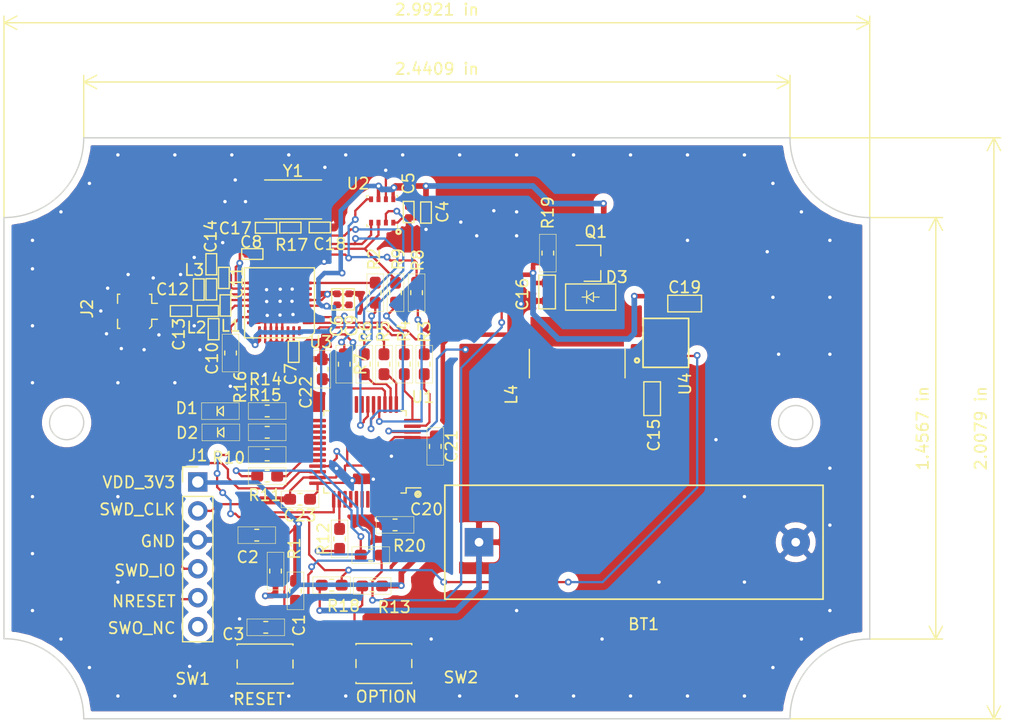
<source format=kicad_pcb>
(kicad_pcb (version 20171130) (host pcbnew 5.1.5+dfsg1-2build2)
  (layers (0 F.Cu signal) (31 B.Cu signal) (34 B.Paste user hide) (35 F.Paste user) (36 B.SilkS user hide) (37 F.SilkS user) (38 B.Mask user) (39 F.Mask user) (44 Edge.Cuts user))
  (net 0 "")
  (net 1 "Net-(C10-Pad2)")
  (net 2 "Net-(C12-Pad2)")
  (net 3 "Net-(R2-Pad1)")
  (net 4 "Net-(R10-Pad2)")
  (net 5 "Net-(R11-Pad2)")
  (net 6 GND)
  (net 7 "Net-(C3-Pad1)")
  (net 8 /POWER/POWER_MODULES)
  (net 9 "Net-(C7-Pad1)")
  (net 10 "Net-(C13-Pad1)")
  (net 11 "Net-(C13-Pad2)")
  (net 12 /PWR_L)
  (net 13 /SP_EN)
  (net 14 "Net-(J1-Pad2)")
  (net 15 "Net-(Q1-Pad1)")
  (net 16 /CS_NRF)
  (net 17 "Net-(R12-Pad2)")
  (net 18 /CSK)
  (net 19 /MISO)
  (net 20 /MOSI)
  (net 21 /CS_BME)
  (net 22 /CE)
  (net 23 /KEY)
  (net 24 "Net-(R16-Pad1)")
  (net 25 /MP_EN)
  (net 26 /PWR)
  (net 27 /TX_EN)
  (net 28 /DR)
  (net 29 "Net-(C17-Pad1)")
  (net 30 "Net-(C18-Pad1)")
  (net 31 "Net-(C11-Pad1)")
  (net 32 "Net-(J1-Pad4)")
  (net 33 /VDD)
  (net 34 "Net-(D1-Pad2)")
  (net 35 "Net-(D2-Pad2)")
  (net 36 "Net-(D3-Pad2)")
  (net 37 "Net-(R3-Pad2)")
  (net 38 "Net-(R4-Pad2)")
  (net 39 "Net-(R5-Pad2)")
  (net 40 "Net-(R6-Pad2)")
  (net 41 "Net-(R7-Pad2)")
  (net 42 "Net-(R8-Pad2)")
  (net 43 "Net-(R9-Pad2)")
  (net 44 /LED_1)
  (net 45 /LED_2)
  (module Package_DFN_QFN:QFN-32-1EP_5x5mm_P0.5mm_EP3.6x3.6mm (layer F.Cu) (at 78.32 57.23 180)
    (fp_text reference U3 (at -3.62 -3.44 180) (layer F.SilkS))
    (fp_text value NRF905)
    (pad 32 smd roundrect (at -1.75 -2.45 180) (size 0.25 0.8) (layers F.Cu F.Paste F.Mask) (net 27 /TX_EN))
    (pad 31 smd roundrect (at -1.25 -2.45 180) (size 0.25 0.8) (layers F.Cu F.Paste F.Mask) (net 9 "Net-(C7-Pad1)"))
    (pad 30 smd roundrect (at -0.75 -2.45 180) (size 0.25 0.8) (layers F.Cu F.Paste F.Mask) (net 6 GND))
    (pad 29 smd roundrect (at -0.25 -2.45 180) (size 0.25 0.8) (layers F.Cu F.Paste F.Mask) (net 6 GND))
    (pad 28 smd roundrect (at 0.25 -2.45 180) (size 0.25 0.8) (layers F.Cu F.Paste F.Mask) (net 6 GND))
    (pad 27 smd roundrect (at 0.75 -2.45 180) (size 0.25 0.8) (layers F.Cu F.Paste F.Mask) (net 6 GND))
    (pad 26 smd roundrect (at 1.25 -2.45 180) (size 0.25 0.8) (layers F.Cu F.Paste F.Mask) (net 6 GND))
    (pad 25 smd roundrect (at 1.75 -2.45 180) (size 0.25 0.8) (layers F.Cu F.Paste F.Mask) (net 8 /POWER/POWER_MODULES))
    (pad 24 smd roundrect (at 2.45 -1.75 180) (size 0.8 0.25) (layers F.Cu F.Paste F.Mask) (net 6 GND))
    (pad 23 smd roundrect (at 2.45 -1.25 180) (size 0.8 0.25) (layers F.Cu F.Paste F.Mask) (net 24 "Net-(R16-Pad1)"))
    (pad 22 smd roundrect (at 2.45 -0.75 180) (size 0.8 0.25) (layers F.Cu F.Paste F.Mask) (net 6 GND))
    (pad 21 smd roundrect (at 2.45 -0.25 180) (size 0.8 0.25) (layers F.Cu F.Paste F.Mask) (net 1 "Net-(C10-Pad2)"))
    (pad 20 smd roundrect (at 2.45 0.25 180) (size 0.8 0.25) (layers F.Cu F.Paste F.Mask) (net 2 "Net-(C12-Pad2)"))
    (pad 19 smd roundrect (at 2.45 0.75 180) (size 0.8 0.25) (layers F.Cu F.Paste F.Mask) (net 31 "Net-(C11-Pad1)"))
    (pad 18 smd roundrect (at 2.45 1.25 180) (size 0.8 0.25) (layers F.Cu F.Paste F.Mask) (net 6 GND))
    (pad 17 smd roundrect (at 2.45 1.75 180) (size 0.8 0.25) (layers F.Cu F.Paste F.Mask) (net 8 /POWER/POWER_MODULES))
    (pad 16 smd roundrect (at 1.75 2.45 180) (size 0.25 0.8) (layers F.Cu F.Paste F.Mask) (net 6 GND))
    (pad 15 smd roundrect (at 1.25 2.45 180) (size 0.25 0.8) (layers F.Cu F.Paste F.Mask) (net 29 "Net-(C17-Pad1)"))
    (pad 14 smd roundrect (at 0.75 2.45 180) (size 0.25 0.8) (layers F.Cu F.Paste F.Mask) (net 30 "Net-(C18-Pad1)"))
    (pad 13 smd roundrect (at 0.25 2.45 180) (size 0.25 0.8) (layers F.Cu F.Paste F.Mask) (net 16 /CS_NRF))
    (pad 12 smd roundrect (at -0.25 2.45 180) (size 0.25 0.8) (layers F.Cu F.Paste F.Mask) (net 18 /CSK))
    (pad 11 smd roundrect (at -0.75 2.45 180) (size 0.25 0.8) (layers F.Cu F.Paste F.Mask) (net 20 /MOSI))
    (pad 10 smd roundrect (at -1.25 2.45 180) (size 0.25 0.8) (layers F.Cu F.Paste F.Mask) (net 19 /MISO))
    (pad 9 smd roundrect (at -1.75 2.45 180) (size 0.25 0.8) (layers F.Cu F.Paste F.Mask) (net 6 GND))
    (pad 8 smd roundrect (at -2.45 1.75 180) (size 0.8 0.25) (layers F.Cu F.Paste F.Mask) (net 28 /DR))
    (pad 7 smd roundrect (at -2.45 1.25 180) (size 0.8 0.25) (layers F.Cu F.Paste F.Mask))
    (pad 6 smd roundrect (at -2.45 0.75 180) (size 0.8 0.25) (layers F.Cu F.Paste F.Mask))
    (pad 5 smd roundrect (at -2.45 0.25 180) (size 0.8 0.25) (layers F.Cu F.Paste F.Mask) (net 6 GND))
    (pad 4 smd roundrect (at -2.45 -0.25 180) (size 0.8 0.25) (layers F.Cu F.Paste F.Mask) (net 8 /POWER/POWER_MODULES))
    (pad 3 smd roundrect (at -2.45 -0.75 180) (size 0.8 0.25) (layers F.Cu F.Paste F.Mask))
    (pad 2 smd roundrect (at -2.45 -1.25 180) (size 0.8 0.25) (layers F.Cu F.Paste F.Mask) (net 26 /PWR))
    (pad 1 smd roundrect (at -2.45 -1.75 180) (size 0.8 0.25) (layers F.Cu F.Paste F.Mask) (net 22 /CE))
    (pad 33 smd roundrect (at 0 0 180) (size 3.6 3.6) (layers F.Cu F.Paste F.Mask) (roundrect_rratio 0.06900000000000001) (net 6 GND))
  )
  (module Capacitor_SMD:C_0603_1608Metric_Pad1.05x0.95mm_HandSolder (layer F.Cu) (at 77.12 85.71 180)
    (fp_text reference C3 (at 2.85 -0.6) (layer F.SilkS))
    (fp_text value "0.1 uf")
    (pad 2 smd roundrect (at 0.875 0 180) (size 1.05 0.95) (layers F.Cu F.Paste F.Mask) (net 6 GND))
    (pad 1 smd roundrect (at -0.875 0 180) (size 1.05 0.95) (layers F.Cu F.Paste F.Mask) (net 7 "Net-(C3-Pad1)"))
  )
  (module Capacitor_SMD:C_0603_1608Metric_Pad1.05x0.95mm_HandSolder (layer F.Cu) (at 79.73 82.51 270)
    (fp_text reference C1 (at 3.02 -0.31 90) (layer F.SilkS))
    (fp_text value "0.1 uf")
    (pad 2 smd roundrect (at 0.875 0 270) (size 1.05 0.95) (layers F.Cu F.Paste F.Mask) (net 6 GND))
    (pad 1 smd roundrect (at -0.875 0 270) (size 1.05 0.95) (layers F.Cu F.Paste F.Mask) (net 33 /VDD))
  )
  (module Capacitor_SMD:C_0603_1608Metric_Pad1.05x0.95mm_HandSolder (layer F.Cu) (at 76.33 77.62 180)
    (fp_text reference C2 (at 0.8 -1.93) (layer F.SilkS))
    (fp_text value "0.1 uf")
    (pad 2 smd roundrect (at 0.875 0 180) (size 1.05 0.95) (layers F.Cu F.Paste F.Mask) (net 6 GND))
    (pad 1 smd roundrect (at -0.875 0 180) (size 1.05 0.95) (layers F.Cu F.Paste F.Mask) (net 33 /VDD))
  )
  (module Capacitor_SMD:C_0603_1608Metric_Pad1.05x0.95mm_HandSolder (layer F.Cu) (at 88.47 76.72 180)
    (fp_text reference C20 (at -2.76 1.37) (layer F.SilkS))
    (fp_text value "0.1 uf")
    (pad 2 smd roundrect (at 0.875 0 180) (size 1.05 0.95) (layers F.Cu F.Paste F.Mask) (net 6 GND))
    (pad 1 smd roundrect (at -0.875 0 180) (size 1.05 0.95) (layers F.Cu F.Paste F.Mask) (net 33 /VDD))
  )
  (module Capacitor_SMD:C_0603_1608Metric_Pad1.05x0.95mm_HandSolder (layer F.Cu) (at 92 69.83 270)
    (fp_text reference C21 (at 0 -1.43 90) (layer F.SilkS))
    (fp_text value "0.1 uf")
    (pad 2 smd roundrect (at 0.875 0 270) (size 1.05 0.95) (layers F.Cu F.Paste F.Mask) (net 6 GND))
    (pad 1 smd roundrect (at -0.875 0 270) (size 1.05 0.95) (layers F.Cu F.Paste F.Mask) (net 33 /VDD))
  )
  (module Capacitor_SMD:C_0603_1608Metric_Pad1.05x0.95mm_HandSolder (layer F.Cu) (at 82.08 63.05 90)
    (fp_text reference C22 (at -2.04 -1.44 90) (layer F.SilkS))
    (fp_text value "0.1 uf")
    (pad 2 smd roundrect (at 0.875 0 90) (size 1.05 0.95) (layers F.Cu F.Paste F.Mask) (net 6 GND))
    (pad 1 smd roundrect (at -0.875 0 90) (size 1.05 0.95) (layers F.Cu F.Paste F.Mask) (net 33 /VDD))
  )
  (module Capacitor_SMD:C_0603_1608Metric_Pad1.05x0.95mm_HandSolder (layer F.Cu) (at 80.13 74.47 180)
    (fp_text reference C23 (at 0 -1.43) (layer F.SilkS))
    (fp_text value "0.1 uf")
    (pad 2 smd roundrect (at 0.875 0 180) (size 1.05 0.95) (layers F.Cu F.Paste F.Mask) (net 6 GND))
    (pad 1 smd roundrect (at -0.875 0 180) (size 1.05 0.95) (layers F.Cu F.Paste F.Mask) (net 33 /VDD))
  )
  (module Capacitor_SMD:C_0603_1608Metric (layer F.Cu) (at 101.82 56.2725 270)
    (fp_text reference C16 (at 0.1975 2.18 90) (layer F.SilkS))
    (fp_text value "10 uf")
    (pad 2 smd roundrect (at 0.7875 0 270) (size 0.875 0.95) (layers F.Cu F.Paste F.Mask) (net 6 GND))
    (pad 1 smd roundrect (at -0.7875 0 270) (size 0.875 0.95) (layers F.Cu F.Paste F.Mask) (net 33 /VDD))
  )
  (module Capacitor_SMD:C_0603_1608Metric (layer F.Cu) (at 111.04 65.64 270)
    (fp_text reference C15 (at 3.2 -0.15 90) (layer F.SilkS))
    (fp_text value "10 uf")
    (pad 2 smd roundrect (at 0.7875 0 270) (size 0.875 0.95) (layers F.Cu F.Paste F.Mask) (net 6 GND))
    (pad 1 smd roundrect (at -0.7875 0 270) (size 0.875 0.95) (layers F.Cu F.Paste F.Mask) (net 12 /PWR_L))
  )
  (module Capacitor_SMD:C_0603_1608Metric (layer F.Cu) (at 113.89 57.29)
    (fp_text reference C19 (at 0 -1.43) (layer F.SilkS))
    (fp_text value "10 uf")
    (pad 2 smd roundrect (at 0.7875 0) (size 0.875 0.95) (layers F.Cu F.Paste F.Mask) (net 6 GND))
    (pad 1 smd roundrect (at -0.7875 0) (size 0.875 0.95) (layers F.Cu F.Paste F.Mask) (net 33 /VDD))
  )
  (module Resistor_SMD:R_0603_1608Metric_Pad1.05x0.95mm_HandSolder (layer F.Cu) (at 77.245 68.59)
    (fp_text reference R15 (at -0.175 -3.26) (layer F.SilkS))
    (fp_text value 330)
    (pad 2 smd roundrect (at 0.875 0) (size 1.05 0.95) (layers F.Cu F.Paste F.Mask) (net 45 /LED_2))
    (pad 1 smd roundrect (at -0.875 0) (size 1.05 0.95) (layers F.Cu F.Paste F.Mask) (net 35 "Net-(D2-Pad2)"))
  )
  (module Resistor_SMD:R_0603_1608Metric_Pad1.05x0.95mm_HandSolder (layer F.Cu) (at 88.51 56.335 270)
    (fp_text reference R9 (at -2.945 -0.25 90) (layer F.SilkS))
    (fp_text value 120)
    (pad 2 smd roundrect (at 0.875 0 270) (size 1.05 0.95) (layers F.Cu F.Paste F.Mask) (net 43 "Net-(R9-Pad2)"))
    (pad 1 smd roundrect (at -0.875 0 270) (size 1.05 0.95) (layers F.Cu F.Paste F.Mask) (net 20 /MOSI))
  )
  (module Resistor_SMD:R_0603_1608Metric_Pad1.05x0.95mm_HandSolder (layer F.Cu) (at 86.73 56.335 90)
    (fp_text reference R2 (at 2.945 -0.1 90) (layer F.SilkS))
    (fp_text value 120)
    (pad 2 smd roundrect (at 0.875 0 90) (size 1.05 0.95) (layers F.Cu F.Paste F.Mask) (net 28 /DR))
    (pad 1 smd roundrect (at -0.875 0 90) (size 1.05 0.95) (layers F.Cu F.Paste F.Mask) (net 3 "Net-(R2-Pad1)"))
  )
  (module Resistor_SMD:R_0603_1608Metric_Pad1.05x0.95mm_HandSolder (layer F.Cu) (at 77.978 80.772 90)
    (fp_text reference R1 (at 1.972 1.652 90) (layer F.SilkS))
    (fp_text value "10 k")
    (pad 2 smd roundrect (at 0.875 0 90) (size 1.05 0.95) (layers F.Cu F.Paste F.Mask) (net 7 "Net-(C3-Pad1)"))
    (pad 1 smd roundrect (at -0.875 0 90) (size 1.05 0.95) (layers F.Cu F.Paste F.Mask) (net 33 /VDD))
  )
  (module Resistor_SMD:R_0603_1608Metric_Pad1.05x0.95mm_HandSolder (layer F.Cu) (at 91.03 62.615 270)
    (fp_text reference R3 (at -2.845 -0.02 90) (layer F.SilkS))
    (fp_text value 120)
    (pad 2 smd roundrect (at 0.875 0 270) (size 1.05 0.95) (layers F.Cu F.Paste F.Mask) (net 37 "Net-(R3-Pad2)"))
    (pad 1 smd roundrect (at -0.875 0 270) (size 1.05 0.95) (layers F.Cu F.Paste F.Mask) (net 22 /CE))
  )
  (module Resistor_SMD:R_0603_1608Metric_Pad1.05x0.95mm_HandSolder (layer F.Cu) (at 89.28 62.615 270)
    (fp_text reference R4 (at -2.905 0.03 90) (layer F.SilkS))
    (fp_text value 120)
    (pad 2 smd roundrect (at 0.875 0 270) (size 1.05 0.95) (layers F.Cu F.Paste F.Mask) (net 38 "Net-(R4-Pad2)"))
    (pad 1 smd roundrect (at -0.875 0 270) (size 1.05 0.95) (layers F.Cu F.Paste F.Mask) (net 27 /TX_EN))
  )
  (module Resistor_SMD:R_0603_1608Metric_Pad1.05x0.95mm_HandSolder (layer F.Cu) (at 87.5 62.615 270)
    (fp_text reference R5 (at -2.875 0.05 90) (layer F.SilkS))
    (fp_text value 120)
    (pad 2 smd roundrect (at 0.875 0 270) (size 1.05 0.95) (layers F.Cu F.Paste F.Mask) (net 39 "Net-(R5-Pad2)"))
    (pad 1 smd roundrect (at -0.875 0 270) (size 1.05 0.95) (layers F.Cu F.Paste F.Mask) (net 21 /CS_BME))
  )
  (module Resistor_SMD:R_0603_1608Metric_Pad1.05x0.95mm_HandSolder (layer F.Cu) (at 85.77 62.615 270)
    (fp_text reference R6 (at -2.835 -0.11 90) (layer F.SilkS))
    (fp_text value 120)
    (pad 2 smd roundrect (at 0.875 0 270) (size 1.05 0.95) (layers F.Cu F.Paste F.Mask) (net 40 "Net-(R6-Pad2)"))
    (pad 1 smd roundrect (at -0.875 0 270) (size 1.05 0.95) (layers F.Cu F.Paste F.Mask) (net 16 /CS_NRF))
  )
  (module Resistor_SMD:R_0603_1608Metric_Pad1.05x0.95mm_HandSolder (layer F.Cu) (at 84.01 62.615 270)
    (fp_text reference R7 (at 0 -1.43 90) (layer F.SilkS))
    (fp_text value 120)
    (pad 2 smd roundrect (at 0.875 0 270) (size 1.05 0.95) (layers F.Cu F.Paste F.Mask) (net 41 "Net-(R7-Pad2)"))
    (pad 1 smd roundrect (at -0.875 0 270) (size 1.05 0.95) (layers F.Cu F.Paste F.Mask) (net 18 /CSK))
  )
  (module Resistor_SMD:R_0603_1608Metric_Pad1.05x0.95mm_HandSolder (layer F.Cu) (at 86.46 82.08 180)
    (fp_text reference R13 (at -1.94 -1.86) (layer F.SilkS))
    (fp_text value "10 k")
    (pad 2 smd roundrect (at 0.875 0 180) (size 1.05 0.95) (layers F.Cu F.Paste F.Mask) (net 23 /KEY))
    (pad 1 smd roundrect (at -0.875 0 180) (size 1.05 0.95) (layers F.Cu F.Paste F.Mask) (net 33 /VDD))
  )
  (module Resistor_SMD:R_0603_1608Metric_Pad1.05x0.95mm_HandSolder (layer F.Cu) (at 74.03 61.63 270)
    (fp_text reference R16 (at 2.99 -0.85 90) (layer F.SilkS))
    (fp_text value "22 k")
    (pad 2 smd roundrect (at 0.875 0 270) (size 1.05 0.95) (layers F.Cu F.Paste F.Mask) (net 6 GND))
    (pad 1 smd roundrect (at -0.875 0 270) (size 1.05 0.95) (layers F.Cu F.Paste F.Mask) (net 24 "Net-(R16-Pad1)"))
  )
  (module Resistor_SMD:R_0603_1608Metric_Pad1.05x0.95mm_HandSolder (layer F.Cu) (at 82.91 82.01 180)
    (fp_text reference R18 (at -1.03 -1.82) (layer F.SilkS))
    (fp_text value "10 k")
    (pad 2 smd roundrect (at 0.875 0 180) (size 1.05 0.95) (layers F.Cu F.Paste F.Mask) (net 12 /PWR_L))
    (pad 1 smd roundrect (at -0.875 0 180) (size 1.05 0.95) (layers F.Cu F.Paste F.Mask) (net 13 /SP_EN))
  )
  (module Resistor_SMD:R_0603_1608Metric_Pad1.05x0.95mm_HandSolder (layer F.Cu) (at 101.88 52.86 90)
    (fp_text reference R19 (at 3.54 0 90) (layer F.SilkS))
    (fp_text value "100 k")
    (pad 2 smd roundrect (at 0.875 0 90) (size 1.05 0.95) (layers F.Cu F.Paste F.Mask) (net 15 "Net-(Q1-Pad1)"))
    (pad 1 smd roundrect (at -0.875 0 90) (size 1.05 0.95) (layers F.Cu F.Paste F.Mask) (net 33 /VDD))
  )
  (module Resistor_SMD:R_0603_1608Metric_Pad1.05x0.95mm_HandSolder (layer F.Cu) (at 86.335 79.37 180)
    (fp_text reference R20 (at -3.405 0.82) (layer F.SilkS))
    (fp_text value "10 k")
    (pad 2 smd roundrect (at 0.875 0 180) (size 1.05 0.95) (layers F.Cu F.Paste F.Mask) (net 25 /MP_EN))
    (pad 1 smd roundrect (at -0.875 0 180) (size 1.05 0.95) (layers F.Cu F.Paste F.Mask) (net 15 "Net-(Q1-Pad1)"))
  )
  (module Resistor_SMD:R_0603_1608Metric_Pad1.05x0.95mm_HandSolder (layer F.Cu) (at 90.36 56.335 270)
    (fp_text reference R8 (at -2.845 -0.1 90) (layer F.SilkS))
    (fp_text value 120)
    (pad 2 smd roundrect (at 0.875 0 270) (size 1.05 0.95) (layers F.Cu F.Paste F.Mask) (net 42 "Net-(R8-Pad2)"))
    (pad 1 smd roundrect (at -0.875 0 270) (size 1.05 0.95) (layers F.Cu F.Paste F.Mask) (net 19 /MISO))
  )
  (module Resistor_SMD:R_0603_1608Metric_Pad1.05x0.95mm_HandSolder (layer F.Cu) (at 77.245 70.58)
    (fp_text reference R10 (at -3.385 0.25) (layer F.SilkS))
    (fp_text value 120)
    (pad 2 smd roundrect (at 0.875 0) (size 1.05 0.95) (layers F.Cu F.Paste F.Mask) (net 4 "Net-(R10-Pad2)"))
    (pad 1 smd roundrect (at -0.875 0) (size 1.05 0.95) (layers F.Cu F.Paste F.Mask) (net 13 /SP_EN))
  )
  (module Resistor_SMD:R_0603_1608Metric_Pad1.05x0.95mm_HandSolder (layer F.Cu) (at 77.245 72.44)
    (fp_text reference R11 (at -0.205 1.67) (layer F.SilkS))
    (fp_text value 120)
    (pad 2 smd roundrect (at 0.875 0) (size 1.05 0.95) (layers F.Cu F.Paste F.Mask) (net 5 "Net-(R11-Pad2)"))
    (pad 1 smd roundrect (at -0.875 0) (size 1.05 0.95) (layers F.Cu F.Paste F.Mask) (net 25 /MP_EN))
  )
  (module Resistor_SMD:R_0603_1608Metric_Pad1.05x0.95mm_HandSolder (layer F.Cu) (at 83.6 77.95 90)
    (fp_text reference R12 (at 0 -1.43 90) (layer F.SilkS))
    (fp_text value 120)
    (pad 2 smd roundrect (at 0.875 0 90) (size 1.05 0.95) (layers F.Cu F.Paste F.Mask) (net 17 "Net-(R12-Pad2)"))
    (pad 1 smd roundrect (at -0.875 0 90) (size 1.05 0.95) (layers F.Cu F.Paste F.Mask) (net 26 /PWR))
  )
  (module Resistor_SMD:R_0603_1608Metric_Pad1.05x0.95mm_HandSolder (layer F.Cu) (at 77.245 66.72)
    (fp_text reference R14 (at -0.155 -2.78) (layer F.SilkS))
    (fp_text value 330)
    (pad 2 smd roundrect (at 0.875 0) (size 1.05 0.95) (layers F.Cu F.Paste F.Mask) (net 44 /LED_1))
    (pad 1 smd roundrect (at -0.875 0) (size 1.05 0.95) (layers F.Cu F.Paste F.Mask) (net 34 "Net-(D1-Pad2)"))
  )
  (module LED_SMD:LED_0603_1608Metric_Pad1.05x0.95mm_HandSolder (layer F.Cu) (at 73.135 66.73)
    (fp_text reference D1 (at -2.955 -0.26) (layer F.SilkS))
    (fp_text value LED)
    (pad 2 smd roundrect (at 0.875 0) (size 1.05 0.95) (layers F.Cu F.Paste F.Mask) (net 34 "Net-(D1-Pad2)"))
    (pad 1 smd roundrect (at -0.875 0) (size 1.05 0.95) (layers F.Cu F.Paste F.Mask) (net 6 GND))
  )
  (module LED_SMD:LED_0603_1608Metric_Pad1.05x0.95mm_HandSolder (layer F.Cu) (at 73.175 68.6)
    (fp_text reference D2 (at -2.955 0.04) (layer F.SilkS))
    (fp_text value LED)
    (pad 2 smd roundrect (at 0.875 0) (size 1.05 0.95) (layers F.Cu F.Paste F.Mask) (net 35 "Net-(D2-Pad2)"))
    (pad 1 smd roundrect (at -0.875 0) (size 1.05 0.95) (layers F.Cu F.Paste F.Mask) (net 6 GND))
  )
  (module Package_QFP:LQFP-48_7x7mm_P0.5mm (layer F.Cu) (at 85.83 70.31 180)
    (fp_text reference U1 (at -5.07 4.82 180) (layer F.SilkS))
    (fp_text value STM32L051C6Tx)
    (pad 1 smd roundrect (at -4.1625 -2.75 180) (size 1.475 0.3) (layers F.Cu F.Paste F.Mask))
    (pad 2 smd roundrect (at -4.1625 -2.25 180) (size 1.475 0.3) (layers F.Cu F.Paste F.Mask))
    (pad 3 smd roundrect (at -4.1625 -1.75 180) (size 1.475 0.3) (layers F.Cu F.Paste F.Mask))
    (pad 4 smd roundrect (at -4.1625 -1.25 180) (size 1.475 0.3) (layers F.Cu F.Paste F.Mask))
    (pad 5 smd roundrect (at -4.1625 -0.75 180) (size 1.475 0.3) (layers F.Cu F.Paste F.Mask))
    (pad 6 smd roundrect (at -4.1625 -0.25 180) (size 1.475 0.3) (layers F.Cu F.Paste F.Mask))
    (pad 7 smd roundrect (at -4.1625 0.25 180) (size 1.475 0.3) (layers F.Cu F.Paste F.Mask) (net 6 GND))
    (pad 8 smd roundrect (at -4.1625 0.75 180) (size 1.475 0.3) (layers F.Cu F.Paste F.Mask) (net 6 GND))
    (pad 9 smd roundrect (at -4.1625 1.25 180) (size 1.475 0.3) (layers F.Cu F.Paste F.Mask) (net 33 /VDD))
    (pad 10 smd roundrect (at -4.1625 1.75 180) (size 1.475 0.3) (layers F.Cu F.Paste F.Mask) (net 12 /PWR_L))
    (pad 11 smd roundrect (at -4.1625 2.25 180) (size 1.475 0.3) (layers F.Cu F.Paste F.Mask) (net 37 "Net-(R3-Pad2)"))
    (pad 12 smd roundrect (at -4.1625 2.75 180) (size 1.475 0.3) (layers F.Cu F.Paste F.Mask) (net 38 "Net-(R4-Pad2)"))
    (pad 13 smd roundrect (at -2.75 4.1625 180) (size 0.3 1.475) (layers F.Cu F.Paste F.Mask) (net 39 "Net-(R5-Pad2)"))
    (pad 14 smd roundrect (at -2.25 4.1625 180) (size 0.3 1.475) (layers F.Cu F.Paste F.Mask) (net 40 "Net-(R6-Pad2)"))
    (pad 15 smd roundrect (at -1.75 4.1625 180) (size 0.3 1.475) (layers F.Cu F.Paste F.Mask) (net 41 "Net-(R7-Pad2)"))
    (pad 16 smd roundrect (at -1.25 4.1625 180) (size 0.3 1.475) (layers F.Cu F.Paste F.Mask) (net 42 "Net-(R8-Pad2)"))
    (pad 17 smd roundrect (at -0.75 4.1625 180) (size 0.3 1.475) (layers F.Cu F.Paste F.Mask) (net 43 "Net-(R9-Pad2)"))
    (pad 18 smd roundrect (at -0.25 4.1625 180) (size 0.3 1.475) (layers F.Cu F.Paste F.Mask) (net 3 "Net-(R2-Pad1)"))
    (pad 19 smd roundrect (at 0.25 4.1625 180) (size 0.3 1.475) (layers F.Cu F.Paste F.Mask))
    (pad 20 smd roundrect (at 0.75 4.1625 180) (size 0.3 1.475) (layers F.Cu F.Paste F.Mask))
    (pad 21 smd roundrect (at 1.25 4.1625 180) (size 0.3 1.475) (layers F.Cu F.Paste F.Mask))
    (pad 22 smd roundrect (at 1.75 4.1625 180) (size 0.3 1.475) (layers F.Cu F.Paste F.Mask))
    (pad 23 smd roundrect (at 2.25 4.1625 180) (size 0.3 1.475) (layers F.Cu F.Paste F.Mask) (net 6 GND))
    (pad 24 smd roundrect (at 2.75 4.1625 180) (size 0.3 1.475) (layers F.Cu F.Paste F.Mask) (net 33 /VDD))
    (pad 25 smd roundrect (at 4.1625 2.75 180) (size 1.475 0.3) (layers F.Cu F.Paste F.Mask))
    (pad 26 smd roundrect (at 4.1625 2.25 180) (size 1.475 0.3) (layers F.Cu F.Paste F.Mask))
    (pad 27 smd roundrect (at 4.1625 1.75 180) (size 1.475 0.3) (layers F.Cu F.Paste F.Mask))
    (pad 28 smd roundrect (at 4.1625 1.25 180) (size 1.475 0.3) (layers F.Cu F.Paste F.Mask))
    (pad 29 smd roundrect (at 4.1625 0.75 180) (size 1.475 0.3) (layers F.Cu F.Paste F.Mask) (net 44 /LED_1))
    (pad 30 smd roundrect (at 4.1625 0.25 180) (size 1.475 0.3) (layers F.Cu F.Paste F.Mask) (net 45 /LED_2))
    (pad 31 smd roundrect (at 4.1625 -0.25 180) (size 1.475 0.3) (layers F.Cu F.Paste F.Mask) (net 4 "Net-(R10-Pad2)"))
    (pad 32 smd roundrect (at 4.1625 -0.75 180) (size 1.475 0.3) (layers F.Cu F.Paste F.Mask) (net 5 "Net-(R11-Pad2)"))
    (pad 33 smd roundrect (at 4.1625 -1.25 180) (size 1.475 0.3) (layers F.Cu F.Paste F.Mask) (net 23 /KEY))
    (pad 34 smd roundrect (at 4.1625 -1.75 180) (size 1.475 0.3) (layers F.Cu F.Paste F.Mask) (net 32 "Net-(J1-Pad4)"))
    (pad 35 smd roundrect (at 4.1625 -2.25 180) (size 1.475 0.3) (layers F.Cu F.Paste F.Mask) (net 6 GND))
    (pad 36 smd roundrect (at 4.1625 -2.75 180) (size 1.475 0.3) (layers F.Cu F.Paste F.Mask) (net 33 /VDD))
    (pad 37 smd roundrect (at 2.75 -4.1625 180) (size 0.3 1.475) (layers F.Cu F.Paste F.Mask) (net 14 "Net-(J1-Pad2)"))
    (pad 38 smd roundrect (at 2.25 -4.1625 180) (size 0.3 1.475) (layers F.Cu F.Paste F.Mask) (net 17 "Net-(R12-Pad2)"))
    (pad 39 smd roundrect (at 1.75 -4.1625 180) (size 0.3 1.475) (layers F.Cu F.Paste F.Mask))
    (pad 40 smd roundrect (at 1.25 -4.1625 180) (size 0.3 1.475) (layers F.Cu F.Paste F.Mask))
    (pad 41 smd roundrect (at 0.75 -4.1625 180) (size 0.3 1.475) (layers F.Cu F.Paste F.Mask))
    (pad 42 smd roundrect (at 0.25 -4.1625 180) (size 0.3 1.475) (layers F.Cu F.Paste F.Mask))
    (pad 43 smd roundrect (at -0.25 -4.1625 180) (size 0.3 1.475) (layers F.Cu F.Paste F.Mask))
    (pad 44 smd roundrect (at -0.75 -4.1625 180) (size 0.3 1.475) (layers F.Cu F.Paste F.Mask) (net 6 GND))
    (pad 45 smd roundrect (at -1.25 -4.1625 180) (size 0.3 1.475) (layers F.Cu F.Paste F.Mask))
    (pad 46 smd roundrect (at -1.75 -4.1625 180) (size 0.3 1.475) (layers F.Cu F.Paste F.Mask))
    (pad 47 smd roundrect (at -2.25 -4.1625 180) (size 0.3 1.475) (layers F.Cu F.Paste F.Mask) (net 6 GND))
    (pad 48 smd roundrect (at -2.75 -4.1625 180) (size 0.3 1.475) (layers F.Cu F.Paste F.Mask) (net 33 /VDD))
  )
  (module modules:TSOT (layer F.Cu) (at 111.24 61.89 90)
    (fp_text reference U4 (at -2.45 2.7 90) (layer F.SilkS))
    (fp_text value MAX1724)
    (pad 4 smd rect (at 2.35 1.9 90) (size 1.2 0.5) (layers F.Cu F.Paste F.Mask) (net 33 /VDD))
    (pad 5 smd rect (at 2.35 0 90) (size 1.2 0.5) (layers F.Cu F.Paste F.Mask) (net 36 "Net-(D3-Pad2)"))
    (pad 3 smd rect (at 0 1.9 90) (size 1.2 0.5) (layers F.Cu F.Paste F.Mask) (net 13 /SP_EN))
    (pad 2 smd rect (at 0 0.95 90) (size 1.2 0.5) (layers F.Cu F.Paste F.Mask) (net 6 GND))
    (pad 1 smd rect (at 0 0 90) (size 1.2 0.5) (layers F.Cu F.Paste F.Mask) (net 12 /PWR_L))
  )
  (module Capacitor_SMD:C_0402_1005Metric (layer F.Cu) (at 69.675 57.94)
    (fp_text reference C13 (at -0.185 2.05 90) (layer F.SilkS))
    (fp_text value "6.8 p")
    (pad 2 smd roundrect (at 0.485 0) (size 0.59 0.64) (layers F.Cu F.Paste F.Mask) (net 11 "Net-(C13-Pad2)"))
    (pad 1 smd roundrect (at -0.485 0) (size 0.59 0.64) (layers F.Cu F.Paste F.Mask) (net 10 "Net-(C13-Pad1)"))
  )
  (module Capacitor_SMD:C_0402_1005Metric (layer F.Cu) (at 73.44 55.04 90)
    (fp_text reference C11 (at -0.4 1.15 90) (layer F.SilkS) (effects (font (thickness 0.14))))
    (fp_text value "3.3 n")
    (pad 2 smd roundrect (at 0.485 0 90) (size 0.59 0.64) (layers F.Cu F.Paste F.Mask) (net 6 GND))
    (pad 1 smd roundrect (at -0.485 0 90) (size 0.59 0.64) (layers F.Cu F.Paste F.Mask) (net 31 "Net-(C11-Pad1)"))
  )
  (module Capacitor_SMD:C_0402_1005Metric (layer F.Cu) (at 91.186 49.299 270)
    (fp_text reference C4 (at -0.059 -1.454 90) (layer F.SilkS))
    (fp_text value "0.1 uf")
    (pad 2 smd roundrect (at 0.485 0 270) (size 0.59 0.64) (layers F.Cu F.Paste F.Mask) (net 6 GND))
    (pad 1 smd roundrect (at -0.485 0 270) (size 0.59 0.64) (layers F.Cu F.Paste F.Mask) (net 8 /POWER/POWER_MODULES))
  )
  (module Capacitor_SMD:C_0402_1005Metric (layer F.Cu) (at 89.662 49.253 270)
    (fp_text reference C5 (at -2.513 0.022 90) (layer F.SilkS))
    (fp_text value "4.7 uf")
    (pad 2 smd roundrect (at 0.485 0 270) (size 0.59 0.64) (layers F.Cu F.Paste F.Mask) (net 6 GND))
    (pad 1 smd roundrect (at -0.485 0 270) (size 0.59 0.64) (layers F.Cu F.Paste F.Mask) (net 8 /POWER/POWER_MODULES))
  )
  (module Capacitor_SMD:C_0402_1005Metric (layer F.Cu) (at 83.38 56.92 270)
    (fp_text reference C6 (at 2.34 0.04 90) (layer F.SilkS))
    (fp_text value "4.7 n")
    (pad 2 smd roundrect (at 0.485 0 270) (size 0.59 0.64) (layers F.Cu F.Paste F.Mask) (net 8 /POWER/POWER_MODULES))
    (pad 1 smd roundrect (at -0.485 0 270) (size 0.59 0.64) (layers F.Cu F.Paste F.Mask) (net 6 GND))
  )
  (module Capacitor_SMD:C_0402_1005Metric (layer F.Cu) (at 79.57 61.52 270)
    (fp_text reference C7 (at 1.97 0.26 90) (layer F.SilkS))
    (fp_text value "10 n")
    (pad 2 smd roundrect (at 0.485 0 270) (size 0.59 0.64) (layers F.Cu F.Paste F.Mask) (net 6 GND))
    (pad 1 smd roundrect (at -0.485 0 270) (size 0.59 0.64) (layers F.Cu F.Paste F.Mask) (net 9 "Net-(C7-Pad1)"))
  )
  (module Capacitor_SMD:C_0402_1005Metric (layer F.Cu) (at 75.94 52.94 180)
    (fp_text reference C8 (at 0.1 1.05) (layer F.SilkS))
    (fp_text value "33 p")
    (pad 2 smd roundrect (at 0.485 0 180) (size 0.59 0.64) (layers F.Cu F.Paste F.Mask) (net 8 /POWER/POWER_MODULES))
    (pad 1 smd roundrect (at -0.485 0 180) (size 0.59 0.64) (layers F.Cu F.Paste F.Mask) (net 6 GND))
  )
  (module Capacitor_SMD:C_0402_1005Metric (layer F.Cu) (at 84.43 56.92 270)
    (fp_text reference C9 (at 2.31 -0.21 90) (layer F.SilkS))
    (fp_text value "33 p")
    (pad 2 smd roundrect (at 0.485 0 270) (size 0.59 0.64) (layers F.Cu F.Paste F.Mask) (net 8 /POWER/POWER_MODULES))
    (pad 1 smd roundrect (at -0.485 0 270) (size 0.59 0.64) (layers F.Cu F.Paste F.Mask) (net 6 GND))
  )
  (module Capacitor_SMD:C_0402_1005Metric (layer F.Cu) (at 72.54 59.54 90)
    (fp_text reference C10 (at -2.56 -0.13 90) (layer F.SilkS))
    (fp_text value "18 p")
    (pad 2 smd roundrect (at 0.485 0 90) (size 0.59 0.64) (layers F.Cu F.Paste F.Mask) (net 1 "Net-(C10-Pad2)"))
    (pad 1 smd roundrect (at -0.485 0 90) (size 0.59 0.64) (layers F.Cu F.Paste F.Mask) (net 6 GND))
  )
  (module Capacitor_SMD:C_0402_1005Metric (layer F.Cu) (at 71.24 56.055 270)
    (fp_text reference C12 (at -0.015 2.3 180) (layer F.SilkS))
    (fp_text value "18 p")
    (pad 2 smd roundrect (at 0.485 0 270) (size 0.59 0.64) (layers F.Cu F.Paste F.Mask) (net 2 "Net-(C12-Pad2)"))
    (pad 1 smd roundrect (at -0.485 0 270) (size 0.59 0.64) (layers F.Cu F.Paste F.Mask) (net 6 GND))
  )
  (module Capacitor_SMD:C_0402_1005Metric (layer F.Cu) (at 72.34 53.84 270)
    (fp_text reference C14 (at -2.45 0.05 90) (layer F.SilkS))
    (fp_text value "180 p")
    (pad 2 smd roundrect (at 0.485 0 270) (size 0.59 0.64) (layers F.Cu F.Paste F.Mask) (net 31 "Net-(C11-Pad1)"))
    (pad 1 smd roundrect (at -0.485 0 270) (size 0.59 0.64) (layers F.Cu F.Paste F.Mask) (net 6 GND))
  )
  (module Capacitor_SMD:C_0402_1005Metric (layer F.Cu) (at 77.14 50.64 180)
    (fp_text reference C17 (at 2.7 -0.05) (layer F.SilkS))
    (fp_text value "22 p")
    (pad 2 smd roundrect (at 0.485 0 180) (size 0.59 0.64) (layers F.Cu F.Paste F.Mask) (net 6 GND))
    (pad 1 smd roundrect (at -0.485 0 180) (size 0.59 0.64) (layers F.Cu F.Paste F.Mask) (net 29 "Net-(C17-Pad1)"))
  )
  (module Capacitor_SMD:C_0402_1005Metric (layer F.Cu) (at 81.865 50.61)
    (fp_text reference C18 (at 0.875 1.46) (layer F.SilkS))
    (fp_text value "22 p")
    (pad 2 smd roundrect (at 0.485 0) (size 0.59 0.64) (layers F.Cu F.Paste F.Mask) (net 6 GND))
    (pad 1 smd roundrect (at -0.485 0) (size 0.59 0.64) (layers F.Cu F.Paste F.Mask) (net 30 "Net-(C18-Pad1)"))
  )
  (module Diode_SMD:D_SOD-123F (layer F.Cu) (at 105.64 56.72)
    (fp_text reference D3 (at 2.29 -1.75) (layer F.SilkS))
    (fp_text value D_Schottky)
    (pad 2 smd rect (at 1.4 0) (size 1.1 1.1) (layers F.Cu F.Paste F.Mask) (net 36 "Net-(D3-Pad2)"))
    (pad 1 smd rect (at -1.4 0) (size 1.1 1.1) (layers F.Cu F.Paste F.Mask) (net 33 /VDD))
  )
  (module Connector_Coaxial:U.FL_Molex_MCRF_73412-0110_Vertical (layer F.Cu) (at 65.61 57.97 90)
    (fp_text reference J2 (at 0.23 -4.17 90) (layer F.SilkS))
    (fp_text value Conn_Coaxial)
    (pad 1 smd rect (at 0 1.5 90) (size 1 1) (layers F.Cu F.Paste F.Mask) (net 10 "Net-(C13-Pad1)"))
    (pad 2 smd rect (at 0 -1.5 90) (size 1 1) (layers F.Cu F.Paste F.Mask) (net 6 GND))
    (pad 2 smd rect (at 1.475 0 90) (size 1.05 2.2) (layers F.Cu F.Paste F.Mask) (net 6 GND))
    (pad 2 smd rect (at -1.475 0 90) (size 1.05 2.2) (layers F.Cu F.Paste F.Mask) (net 6 GND))
  )
  (module Inductor_SMD:L_0402_1005Metric (layer F.Cu) (at 73.58 57.455 90)
    (fp_text reference L1 (at -1.785 0.46 180) (layer F.SilkS))
    (fp_text value "12 n")
    (pad 2 smd roundrect (at 0.485 0 90) (size 0.59 0.64) (layers F.Cu F.Paste F.Mask) (net 2 "Net-(C12-Pad2)"))
    (pad 1 smd roundrect (at -0.485 0 90) (size 0.59 0.64) (layers F.Cu F.Paste F.Mask) (net 1 "Net-(C10-Pad2)"))
  )
  (module Inductor_SMD:L_0402_1005Metric (layer F.Cu) (at 72.04 57.94 180)
    (fp_text reference L2 (at 1 -1.45) (layer F.SilkS))
    (fp_text value "39 n")
    (pad 2 smd roundrect (at 0.485 0 180) (size 0.59 0.64) (layers F.Cu F.Paste F.Mask) (net 11 "Net-(C13-Pad2)"))
    (pad 1 smd roundrect (at -0.485 0 180) (size 0.59 0.64) (layers F.Cu F.Paste F.Mask) (net 1 "Net-(C10-Pad2)"))
  )
  (module Inductor_SMD:L_0402_1005Metric (layer F.Cu) (at 72.34 56.04 270)
    (fp_text reference L3 (at -1.7 1.5 180) (layer F.SilkS))
    (fp_text value "39 n")
    (pad 2 smd roundrect (at 0.485 0 270) (size 0.59 0.64) (layers F.Cu F.Paste F.Mask) (net 2 "Net-(C12-Pad2)"))
    (pad 1 smd roundrect (at -0.485 0 270) (size 0.59 0.64) (layers F.Cu F.Paste F.Mask) (net 31 "Net-(C11-Pad1)"))
  )
  (module Inductor_SMD:L_Bourns-SRN8040_8x8.15mm (layer F.Cu) (at 104.46 62.56 90)
    (fp_text reference L4 (at -2.72 -5.78 90) (layer F.SilkS))
    (fp_text value L)
    (pad 2 smd rect (at 2.8 0 90) (size 2.6 8.2) (layers F.Cu F.Paste F.Mask) (net 36 "Net-(D3-Pad2)"))
    (pad 1 smd rect (at -2.8 0 90) (size 2.6 8.2) (layers F.Cu F.Paste F.Mask) (net 12 /PWR_L))
  )
  (module Package_TO_SOT_SMD:SOT-23 (layer F.Cu) (at 105.77 53.75)
    (fp_text reference Q1 (at 0.32 -2.76) (layer F.SilkS))
    (fp_text value IRLML6402)
    (pad 3 smd rect (at 1 0) (size 0.9 0.8) (layers F.Cu F.Paste F.Mask) (net 8 /POWER/POWER_MODULES))
    (pad 2 smd rect (at -1 0.95) (size 0.9 0.8) (layers F.Cu F.Paste F.Mask) (net 33 /VDD))
    (pad 1 smd rect (at -1 -0.95) (size 0.9 0.8) (layers F.Cu F.Paste F.Mask) (net 15 "Net-(Q1-Pad1)"))
  )
  (module Resistor_SMD:R_0402_1005Metric (layer F.Cu) (at 79.28 50.62)
    (fp_text reference R17 (at 0.11 1.52) (layer F.SilkS))
    (fp_text value "1 M")
    (pad 2 smd roundrect (at 0.485 0) (size 0.59 0.64) (layers F.Cu F.Paste F.Mask) (net 30 "Net-(C18-Pad1)"))
    (pad 1 smd roundrect (at -0.485 0) (size 0.59 0.64) (layers F.Cu F.Paste F.Mask) (net 29 "Net-(C17-Pad1)"))
  )
  (module Package_LGA:Bosch_LGA-8_2.5x2.5mm_P0.65mm_ClockwisePinNumbering (layer F.Cu) (at 87.34 49.16 180)
    (fp_text reference U2 (at 2.12 2.4) (layer F.SilkS))
    (fp_text value BME280)
    (pad 5 smd rect (at 0.975 1.025 270) (size 0.5 0.35) (layers F.Cu F.Paste F.Mask) (net 19 /MISO))
    (pad 6 smd rect (at 0.325 1.025 270) (size 0.5 0.35) (layers F.Cu F.Paste F.Mask) (net 8 /POWER/POWER_MODULES))
    (pad 7 smd rect (at -0.325 1.025 270) (size 0.5 0.35) (layers F.Cu F.Paste F.Mask) (net 6 GND))
    (pad 8 smd rect (at -0.975 1.025 270) (size 0.5 0.35) (layers F.Cu F.Paste F.Mask) (net 8 /POWER/POWER_MODULES))
    (pad 1 smd rect (at -0.975 -1.025 270) (size 0.5 0.35) (layers F.Cu F.Paste F.Mask) (net 6 GND))
    (pad 2 smd rect (at -0.325 -1.025 270) (size 0.5 0.35) (layers F.Cu F.Paste F.Mask) (net 21 /CS_BME))
    (pad 3 smd rect (at 0.325 -1.025 270) (size 0.5 0.35) (layers F.Cu F.Paste F.Mask) (net 20 /MOSI))
    (pad 4 smd rect (at 0.975 -1.025 270) (size 0.5 0.35) (layers F.Cu F.Paste F.Mask) (net 18 /CSK))
  )
  (module Crystal:Crystal_SMD_TXC_7A-2Pin_5x3.2mm (layer F.Cu) (at 79.52 48.15)
    (fp_text reference Y1 (at 0 -2.5) (layer F.SilkS))
    (fp_text value Crystal)
    (pad 2 smd rect (at 1.85 0) (size 1.7 2.4) (layers F.Cu F.Paste F.Mask) (net 30 "Net-(C18-Pad1)"))
    (pad 1 smd rect (at -1.85 0) (size 1.7 2.4) (layers F.Cu F.Paste F.Mask) (net 29 "Net-(C17-Pad1)"))
  )
  (module battary:CR14250 (layer F.Cu) (at 100.84 78.24)
    (fp_text reference BT1 (at 9.45 7.2) (layer F.SilkS))
    (fp_text value Battery)
    (pad 2 thru_hole circle (at 22.8 0) (size 2.5 2.5) (drill 0.762) (layers *.Cu *.Mask) (net 6 GND))
    (pad 1 thru_hole rect (at -5 0) (size 2.5 2.5) (drill 0.762) (layers *.Cu *.Mask) (net 12 /PWR_L))
  )
  (module Button_Switch_SMD:SW_SPST_EVQP2 (layer F.Cu) (at 77.06 88.93 180)
    (fp_text reference SW1 (at 6.35 -1.3) (layer F.SilkS))
    (fp_text value SW_Push)
    (pad 1 smd rect (at 2.58 -1 180) (size 1.45 0.7) (layers F.Cu F.Paste F.Mask) (net 6 GND))
    (pad 1 smd rect (at -2.58 -1 180) (size 1.45 0.7) (layers F.Cu F.Paste F.Mask) (net 6 GND))
    (pad 2 smd rect (at -2.58 1 180) (size 1.45 0.7) (layers F.Cu F.Paste F.Mask) (net 7 "Net-(C3-Pad1)"))
    (pad 2 smd rect (at 2.58 1 180) (size 1.45 0.7) (layers F.Cu F.Paste F.Mask) (net 7 "Net-(C3-Pad1)"))
  )
  (module Button_Switch_SMD:SW_SPST_EVQP2 (layer F.Cu) (at 87.49 88.89 180)
    (fp_text reference SW2 (at -6.76 -1.22) (layer F.SilkS))
    (fp_text value SW_Push)
    (pad 2 smd rect (at 2.58 1 180) (size 1.45 0.7) (layers F.Cu F.Paste F.Mask) (net 23 /KEY))
    (pad 2 smd rect (at -2.58 1 180) (size 1.45 0.7) (layers F.Cu F.Paste F.Mask) (net 23 /KEY))
    (pad 1 smd rect (at -2.58 -1 180) (size 1.45 0.7) (layers F.Cu F.Paste F.Mask) (net 6 GND))
    (pad 1 smd rect (at 2.58 -1 180) (size 1.45 0.7) (layers F.Cu F.Paste F.Mask) (net 6 GND))
  )
  (module Connector_PinHeader_2.54mm:PinHeader_1x06_P2.54mm_Vertical (layer F.Cu) (at 71.15 72.95)
    (fp_text reference J1 (at 0 -2.33) (layer F.SilkS))
    (fp_text value SWD)
    (pad 1 thru_hole rect (at 0 0) (size 1.7 1.7) (drill 1) (layers *.Cu *.Mask) (net 33 /VDD))
    (pad 2 thru_hole oval (at 0 2.54) (size 1.7 1.7) (drill 1) (layers *.Cu *.Mask) (net 14 "Net-(J1-Pad2)"))
    (pad 3 thru_hole oval (at 0 5.08) (size 1.7 1.7) (drill 1) (layers *.Cu *.Mask) (net 6 GND))
    (pad 4 thru_hole oval (at 0 7.62) (size 1.7 1.7) (drill 1) (layers *.Cu *.Mask) (net 32 "Net-(J1-Pad4)"))
    (pad 5 thru_hole oval (at 0 10.16) (size 1.7 1.7) (drill 1) (layers *.Cu *.Mask) (net 7 "Net-(C3-Pad1)"))
    (pad 6 thru_hole oval (at 0 12.7) (size 1.7 1.7) (drill 1) (layers *.Cu *.Mask))
  )
  (gr_text SWO_NC (at 66.22 85.78) (layer F.SilkS) (effects (font (size 1 1))))
  (gr_text OPTION (at 87.71 91.8) (layer F.SilkS) (effects (font (size 1 1))))
  (gr_text "RESET\n" (at 76.53 92.01) (layer F.SilkS) (effects (font (size 1 1))))
  (gr_text "NRESET\n" (at 66.42 83.43) (layer F.SilkS) (effects (font (size 1 1))))
  (gr_text "SWD_IO\n" (at 66.51 80.72) (layer F.SilkS) (effects (font (size 1 1))))
  (gr_text GND (at 67.66 78.16) (layer F.SilkS) (effects (font (size 1 1))))
  (gr_text VDD_3V3 (at 65.98 72.98) (layer F.SilkS) (effects (font (size 1 1))))
  (gr_text SWD_CLK (at 65.84 75.36) (layer F.SilkS) (effects (font (size 1 1))))
  (gr_circle (center 109.71 62.28) (end 109.893576 62.28) (layer F.SilkS) (width 0.2))
  (gr_circle (center 88.77 50.99) (end 88.953576 50.99) (layer F.SilkS) (width 0.2))
  (dimension 62 (width 0.12) (layer F.SilkS) (gr_text "62,000 мм" (at 92.14 36.57) (layer F.SilkS) (effects (font (size 1 1) (thickness 0.15)))) (feature1 (pts (xy 123.14 42.74) (xy 123.14 37.253579))) (feature2 (pts (xy 61.14 42.74) (xy 61.14 37.253579))) (crossbar (pts (xy 61.14 37.84) (xy 123.14 37.84))) (arrow1a (pts (xy 123.14 37.84) (xy 122.013496 38.426421))) (arrow1b (pts (xy 123.14 37.84) (xy 122.013496 37.253579))) (arrow2a (pts (xy 61.14 37.84) (xy 62.266504 38.426421))) (arrow2b (pts (xy 61.14 37.84) (xy 62.266504 37.253579))))
  (dimension 76 (width 0.12) (layer F.SilkS) (gr_text "76,000 мм" (at 92.14 31.37) (layer F.SilkS) (effects (font (size 1 1) (thickness 0.15)))) (feature1 (pts (xy 54.14 49.74) (xy 54.14 32.053579))) (feature2 (pts (xy 130.14 49.74) (xy 130.14 32.053579))) (crossbar (pts (xy 130.14 32.64) (xy 54.14 32.64))) (arrow1a (pts (xy 54.14 32.64) (xy 55.266504 32.053579))) (arrow1b (pts (xy 54.14 32.64) (xy 55.266504 33.226421))) (arrow2a (pts (xy 130.14 32.64) (xy 129.013496 32.053579))) (arrow2b (pts (xy 130.14 32.64) (xy 129.013496 33.226421))))
  (dimension 37 (width 0.12) (layer F.SilkS) (gr_text "37,000 мм" (at 137.21 68.24 90) (layer F.SilkS) (effects (font (size 1 1) (thickness 0.15)))) (feature1 (pts (xy 130.14 49.74) (xy 136.526421 49.74))) (feature2 (pts (xy 130.14 86.74) (xy 136.526421 86.74))) (crossbar (pts (xy 135.94 86.74) (xy 135.94 49.74))) (arrow1a (pts (xy 135.94 49.74) (xy 136.526421 50.866504))) (arrow1b (pts (xy 135.94 49.74) (xy 135.353579 50.866504))) (arrow2a (pts (xy 135.94 86.74) (xy 136.526421 85.613496))) (arrow2b (pts (xy 135.94 86.74) (xy 135.353579 85.613496))))
  (dimension 51 (width 0.12) (layer F.SilkS) (gr_text "51,000 мм" (at 142.31 68.24 90) (layer F.SilkS) (effects (font (size 1 1) (thickness 0.15)))) (feature1 (pts (xy 123.14 42.74) (xy 141.626421 42.74))) (feature2 (pts (xy 123.14 93.74) (xy 141.626421 93.74))) (crossbar (pts (xy 141.04 93.74) (xy 141.04 42.74))) (arrow1a (pts (xy 141.04 42.74) (xy 141.626421 43.866504))) (arrow1b (pts (xy 141.04 42.74) (xy 140.453579 43.866504))) (arrow2a (pts (xy 141.04 93.74) (xy 141.626421 92.613496))) (arrow2b (pts (xy 141.04 93.74) (xy 140.453579 92.613496))))
  (gr_circle (center 123.64 67.74) (end 125.14 67.74) (layer Edge.Cuts) (width 0.12))
  (gr_circle (center 59.64 67.74) (end 61.14 67.74) (layer Edge.Cuts) (width 0.12))
  (gr_line (start 130.14 86.74) (end 130.14 49.74) (layer Edge.Cuts) (width 0.12))
  (gr_line (start 61.14 93.74) (end 123.14 93.74) (layer Edge.Cuts) (width 0.12))
  (gr_line (start 54.14 49.74) (end 54.14 86.709936) (layer Edge.Cuts) (width 0.12))
  (gr_line (start 61.14 42.74) (end 123.14 42.74) (layer Edge.Cuts) (width 0.12))
  (gr_arc (start 54.14 42.74) (end 54.14 49.74) (angle -90) (layer Edge.Cuts) (width 0.12))
  (gr_arc (start 130.14 42.74) (end 123.14 42.74) (angle -90) (layer Edge.Cuts) (width 0.12))
  (gr_arc (start 54.14 93.71) (end 61.14 93.74) (angle -90.24555184) (layer Edge.Cuts) (width 0.12))
  (gr_arc (start 130.11 93.71) (end 130.14 86.74) (angle -90.49321744) (layer Edge.Cuts) (width 0.12))
  (segment (start 73.77 57.94) (end 72.54 57.94) (width 0.7) (layer F.Cu) (net 1))
  (segment (start 72.625 58.97) (end 72.44 59.155) (width 0.2) (layer F.Cu) (net 1))
  (segment (start 72.625 58.04) (end 72.625 58.97) (width 0.2) (layer F.Cu) (net 1))
  (segment (start 73.9 57.94) (end 73.58 57.94) (width 0.2) (layer F.Cu) (net 1))
  (segment (start 73.94 57.94) (end 73.9 57.94) (width 0.2) (layer F.Cu) (net 1))
  (segment (start 74.4 57.48) (end 73.94 57.94) (width 0.2) (layer F.Cu) (net 1))
  (segment (start 75.87 57.48) (end 74.4 57.48) (width 0.2) (layer F.Cu) (net 1))
  (segment (start 73.59 56.98) (end 73.58 56.97) (width 0.2) (layer F.Cu) (net 2))
  (segment (start 75.87 56.98) (end 73.59 56.98) (width 0.2) (layer F.Cu) (net 2))
  (segment (start 73.41 56.8) (end 73.58 56.97) (width 0.2) (layer F.Cu) (net 2))
  (segment (start 71.255 56.525) (end 71.24 56.54) (width 0.2) (layer F.Cu) (net 2))
  (segment (start 72.34 56.525) (end 71.255 56.525) (width 0.2) (layer F.Cu) (net 2))
  (segment (start 72.34 56.97) (end 72.34 56.525) (width 0.2) (layer F.Cu) (net 2))
  (segment (start 73.58 56.97) (end 72.34 56.97) (width 0.2) (layer F.Cu) (net 2))
  (via (at 85.43 67.98) (size 0.6) (drill 0.3) (layers F.Cu B.Cu) (net 3))
  (segment (start 86.08 66.885) (end 86.08 66.1475) (width 0.2) (layer F.Cu) (net 3))
  (segment (start 86.08 67.18) (end 86.08 66.885) (width 0.2) (layer F.Cu) (net 3))
  (segment (start 85.729999 67.530001) (end 86.08 67.18) (width 0.2) (layer F.Cu) (net 3))
  (segment (start 85.729999 67.680001) (end 85.729999 67.530001) (width 0.2) (layer F.Cu) (net 3))
  (segment (start 85.43 67.98) (end 85.729999 67.680001) (width 0.2) (layer F.Cu) (net 3))
  (segment (start 86.73 57.21) (end 86.73 58.05999) (width 0.2) (layer F.Cu) (net 3))
  (segment (start 86.41 60.418002) (end 86.41 58.804254) (width 0.2) (layer B.Cu) (net 3))
  (segment (start 86.73 58.05999) (end 86.41 58.37999) (width 0.2) (layer F.Cu) (net 3))
  (segment (start 86.41 58.804254) (end 86.41 58.37999) (width 0.2) (layer B.Cu) (net 3))
  (segment (start 85.43 67.98) (end 85.43 61.398002) (width 0.2) (layer B.Cu) (net 3))
  (segment (start 85.43 61.398002) (end 86.41 60.418002) (width 0.2) (layer B.Cu) (net 3))
  (via (at 86.41 58.37999) (size 0.6) (drill 0.3) (layers F.Cu B.Cu) (net 3))
  (segment (start 77.99 70.56) (end 77.97 70.58) (width 0.2) (layer F.Cu) (net 4))
  (segment (start 81.6675 70.56) (end 77.99 70.56) (width 0.2) (layer F.Cu) (net 4))
  (segment (start 81.63001 71.10999) (end 80.29001 71.10999) (width 0.2) (layer F.Cu) (net 5))
  (segment (start 81.6675 71.0725) (end 81.63001 71.10999) (width 0.2) (layer F.Cu) (net 5))
  (segment (start 81.6675 71.06) (end 81.6675 71.0725) (width 0.2) (layer F.Cu) (net 5))
  (segment (start 78.96 72.44) (end 77.96 72.44) (width 0.2) (layer F.Cu) (net 5))
  (segment (start 80.29001 71.10999) (end 78.96 72.44) (width 0.2) (layer F.Cu) (net 5))
  (via (at 84.77 60.7) (size 0.6) (drill 0.3) (layers F.Cu B.Cu) (net 6))
  (via (at 77.19 56.07) (size 0.6) (drill 0.3) (layers F.Cu B.Cu) (net 6))
  (via (at 77.2 57.11) (size 0.6) (drill 0.3) (layers F.Cu B.Cu) (net 6))
  (via (at 77.25 58.33) (size 0.6) (drill 0.3) (layers F.Cu B.Cu) (net 6))
  (via (at 78.37 58.3) (size 0.6) (drill 0.3) (layers F.Cu B.Cu) (net 6))
  (via (at 79.51 58.25) (size 0.6) (drill 0.3) (layers F.Cu B.Cu) (net 6))
  (via (at 79.42 57.09) (size 0.6) (drill 0.3) (layers F.Cu B.Cu) (net 6))
  (via (at 79.44 56.02) (size 0.6) (drill 0.3) (layers F.Cu B.Cu) (net 6))
  (via (at 78.39 56.03) (size 0.6) (drill 0.3) (layers F.Cu B.Cu) (net 6))
  (via (at 78.38 57.09) (size 0.6) (drill 0.3) (layers F.Cu B.Cu) (net 6))
  (segment (start 71.285 54.23) (end 71.28 54.225) (width 0.2) (layer F.Cu) (net 6))
  (segment (start 71.285 54.55) (end 71.285 54.23) (width 0.2) (layer F.Cu) (net 6))
  (segment (start 71.285 54.55) (end 71.285 55.295) (width 0.2) (layer F.Cu) (net 6))
  (segment (start 71.285 55.295) (end 71.16 55.42) (width 0.2) (layer F.Cu) (net 6))
  (segment (start 78.07 59.68) (end 78.08 59.69) (width 0.2) (layer F.Cu) (net 6))
  (segment (start 78.08 61.52) (end 78.09 61.51) (width 0.2) (layer F.Cu) (net 6))
  (segment (start 77.6 61.52) (end 78.08 61.52) (width 0.2) (layer F.Cu) (net 6))
  (segment (start 77.59 61.51) (end 77.6 61.52) (width 0.2) (layer F.Cu) (net 6))
  (segment (start 77.54 61.52) (end 77.56 61.5) (width 0.2) (layer F.Cu) (net 6))
  (segment (start 78.11 61.51) (end 78.12 61.52) (width 0.2) (layer F.Cu) (net 6))
  (segment (start 79.74 62.025) (end 78.775 62.025) (width 0.2) (layer F.Cu) (net 6))
  (segment (start 78.68 61.93) (end 78.68 61.52) (width 0.2) (layer F.Cu) (net 6))
  (segment (start 78.775 62.025) (end 78.68 61.93) (width 0.2) (layer F.Cu) (net 6))
  (segment (start 78.12 61.52) (end 78.68 61.52) (width 0.2) (layer F.Cu) (net 6))
  (via (at 82.53 56.47) (size 0.6) (drill 0.3) (layers F.Cu B.Cu) (net 6))
  (segment (start 82.02 56.98) (end 82.53 56.47) (width 0.2) (layer F.Cu) (net 6))
  (segment (start 80.77 56.98) (end 82.02 56.98) (width 0.2) (layer F.Cu) (net 6))
  (via (at 82.241508 53.598492) (size 0.6) (drill 0.3) (layers F.Cu B.Cu) (net 6))
  (segment (start 83.5 56.47) (end 83.51 56.48) (width 0.2) (layer F.Cu) (net 6))
  (segment (start 82.53 56.47) (end 83.5 56.47) (width 0.2) (layer F.Cu) (net 6))
  (segment (start 91.14 49.738) (end 91.186 49.784) (width 0.2) (layer F.Cu) (net 6))
  (segment (start 89.662 49.738) (end 91.14 49.738) (width 0.5) (layer F.Cu) (net 6))
  (segment (start 76.12 45.87) (end 75.18 46.81) (width 0.2) (layer F.Cu) (net 6))
  (segment (start 83.12 45.87) (end 76.12 45.87) (width 0.2) (layer F.Cu) (net 6))
  (segment (start 83.47 46.22) (end 83.12 45.87) (width 0.2) (layer F.Cu) (net 6))
  (segment (start 79.502 83.058) (end 79.502 83.82) (width 0.2) (layer F.Cu) (net 6))
  (segment (start 78.57 60.71) (end 78.57 61.52) (width 0.2) (layer F.Cu) (net 6))
  (via (at 74.01 64.55) (size 0.6) (drill 0.3) (layers F.Cu B.Cu) (net 6))
  (via (at 62.64 57.94) (size 0.6) (drill 0.3) (layers F.Cu B.Cu) (net 6))
  (segment (start 80.07 53.89) (end 80.361508 53.598492) (width 0.2) (layer F.Cu) (net 6))
  (segment (start 80.361508 53.598492) (end 82.241508 53.598492) (width 0.2) (layer F.Cu) (net 6))
  (segment (start 80.07 54.78) (end 80.07 53.89) (width 0.2) (layer F.Cu) (net 6))
  (via (at 69.14 44.24) (size 0.6) (drill 0.3) (layers F.Cu B.Cu) (net 6))
  (via (at 74.14 44.24) (size 0.6) (drill 0.3) (layers F.Cu B.Cu) (net 6))
  (via (at 79.14 44.24) (size 0.6) (drill 0.3) (layers F.Cu B.Cu) (net 6))
  (via (at 84.14 44.24) (size 0.6) (drill 0.3) (layers F.Cu B.Cu) (net 6))
  (via (at 89.14 44.24) (size 0.6) (drill 0.3) (layers F.Cu B.Cu) (net 6))
  (via (at 99.14 44.24) (size 0.6) (drill 0.3) (layers F.Cu B.Cu) (net 6))
  (via (at 104.14 44.24) (size 0.6) (drill 0.3) (layers F.Cu B.Cu) (net 6))
  (via (at 109.14 44.24) (size 0.6) (drill 0.3) (layers F.Cu B.Cu) (net 6))
  (via (at 114.14 44.24) (size 0.6) (drill 0.3) (layers F.Cu B.Cu) (net 6))
  (via (at 119.14 44.24) (size 0.6) (drill 0.3) (layers F.Cu B.Cu) (net 6))
  (via (at 121.64 46.74) (size 0.6) (drill 0.3) (layers F.Cu B.Cu) (net 6))
  (via (at 124.14 49.24) (size 0.6) (drill 0.3) (layers F.Cu B.Cu) (net 6))
  (via (at 126.64 51.74) (size 0.6) (drill 0.3) (layers F.Cu B.Cu) (net 6))
  (via (at 126.64 56.74) (size 0.6) (drill 0.3) (layers F.Cu B.Cu) (net 6))
  (via (at 126.64 61.74) (size 0.6) (drill 0.3) (layers F.Cu B.Cu) (net 6))
  (via (at 126.64 71.74) (size 0.6) (drill 0.3) (layers F.Cu B.Cu) (net 6))
  (via (at 126.64 76.74) (size 0.6) (drill 0.3) (layers F.Cu B.Cu) (net 6))
  (via (at 126.64 84.24) (size 0.6) (drill 0.3) (layers F.Cu B.Cu) (net 6))
  (via (at 124.14 86.74) (size 0.6) (drill 0.3) (layers F.Cu B.Cu) (net 6))
  (via (at 121.64 89.24) (size 0.6) (drill 0.3) (layers F.Cu B.Cu) (net 6))
  (via (at 119.14 91.74) (size 0.6) (drill 0.3) (layers F.Cu B.Cu) (net 6))
  (via (at 114.14 91.74) (size 0.6) (drill 0.3) (layers F.Cu B.Cu) (net 6))
  (via (at 109.14 91.74) (size 0.6) (drill 0.3) (layers F.Cu B.Cu) (net 6))
  (via (at 104.14 91.74) (size 0.6) (drill 0.3) (layers F.Cu B.Cu) (net 6))
  (via (at 99.14 91.74) (size 0.6) (drill 0.3) (layers F.Cu B.Cu) (net 6))
  (via (at 94.14 91.74) (size 0.6) (drill 0.3) (layers F.Cu B.Cu) (net 6))
  (via (at 84.14 91.74) (size 0.6) (drill 0.3) (layers F.Cu B.Cu) (net 6))
  (via (at 79.14 91.74) (size 0.6) (drill 0.3) (layers F.Cu B.Cu) (net 6))
  (via (at 74.14 91.74) (size 0.6) (drill 0.3) (layers F.Cu B.Cu) (net 6))
  (via (at 69.14 91.74) (size 0.6) (drill 0.3) (layers F.Cu B.Cu) (net 6))
  (via (at 64.14 91.74) (size 0.6) (drill 0.3) (layers F.Cu B.Cu) (net 6))
  (via (at 61.64 89.24) (size 0.6) (drill 0.3) (layers F.Cu B.Cu) (net 6))
  (via (at 59.14 86.74) (size 0.6) (drill 0.3) (layers F.Cu B.Cu) (net 6))
  (via (at 56.64 84.24) (size 0.6) (drill 0.3) (layers F.Cu B.Cu) (net 6))
  (via (at 56.64 79.24) (size 0.6) (drill 0.3) (layers F.Cu B.Cu) (net 6))
  (via (at 56.64 74.24) (size 0.6) (drill 0.3) (layers F.Cu B.Cu) (net 6))
  (via (at 56.64 64.24) (size 0.6) (drill 0.3) (layers F.Cu B.Cu) (net 6))
  (via (at 56.64 59.24) (size 0.6) (drill 0.3) (layers F.Cu B.Cu) (net 6))
  (via (at 56.64 54.24) (size 0.6) (drill 0.3) (layers F.Cu B.Cu) (net 6))
  (via (at 56.64 51.74) (size 0.6) (drill 0.3) (layers F.Cu B.Cu) (net 6))
  (via (at 59.14 49.24) (size 0.6) (drill 0.3) (layers F.Cu B.Cu) (net 6))
  (via (at 61.64 46.74) (size 0.6) (drill 0.3) (layers F.Cu B.Cu) (net 6))
  (via (at 64.14 44.24) (size 0.6) (drill 0.3) (layers F.Cu B.Cu) (net 6))
  (via (at 94.14 44.24) (size 0.6) (drill 0.3) (layers F.Cu B.Cu) (net 6))
  (via (at 69.14 64.24) (size 0.6) (drill 0.3) (layers F.Cu B.Cu) (net 6))
  (via (at 64.14 74.24) (size 0.6) (drill 0.3) (layers F.Cu B.Cu) (net 6))
  (via (at 64.14 81.74) (size 0.6) (drill 0.3) (layers F.Cu B.Cu) (net 6))
  (via (at 70.44 89.14) (size 0.6) (drill 0.3) (layers F.Cu B.Cu) (net 6))
  (via (at 91.64 86.74) (size 0.6) (drill 0.3) (layers F.Cu B.Cu) (net 6))
  (via (at 99.14 84.24) (size 0.6) (drill 0.3) (layers F.Cu B.Cu) (net 6))
  (via (at 106.64 86.74) (size 0.6) (drill 0.3) (layers F.Cu B.Cu) (net 6))
  (via (at 111.64 81.74) (size 0.6) (drill 0.3) (layers F.Cu B.Cu) (net 6))
  (via (at 119.14 81.74) (size 0.6) (drill 0.3) (layers F.Cu B.Cu) (net 6))
  (via (at 119.14 74.24) (size 0.6) (drill 0.3) (layers F.Cu B.Cu) (net 6))
  (via (at 116.64 69.24) (size 0.6) (drill 0.3) (layers F.Cu B.Cu) (net 6))
  (via (at 121.64 56.74) (size 0.6) (drill 0.3) (layers F.Cu B.Cu) (net 6))
  (via (at 114.14 51.74) (size 0.6) (drill 0.3) (layers F.Cu B.Cu) (net 6))
  (via (at 99.14 49.24) (size 0.6) (drill 0.3) (layers F.Cu B.Cu) (net 6))
  (via (at 64.14 64.24) (size 0.6) (drill 0.3) (layers F.Cu B.Cu) (net 6))
  (via (at 77.04 63.54) (size 0.6) (drill 0.3) (layers F.Cu B.Cu) (net 6))
  (via (at 67.24 55.04) (size 0.6) (drill 0.3) (layers F.Cu B.Cu) (net 6))
  (via (at 65.04 54.74) (size 0.6) (drill 0.3) (layers F.Cu B.Cu) (net 6))
  (via (at 63.24 55.94) (size 0.6) (drill 0.3) (layers F.Cu B.Cu) (net 6))
  (via (at 63.14 59.94) (size 0.6) (drill 0.3) (layers F.Cu B.Cu) (net 6))
  (via (at 64.44 61.24) (size 0.6) (drill 0.3) (layers F.Cu B.Cu) (net 6))
  (via (at 66.44 61.34) (size 0.6) (drill 0.3) (layers F.Cu B.Cu) (net 6))
  (via (at 67.74 60.04) (size 0.6) (drill 0.3) (layers F.Cu B.Cu) (net 6))
  (via (at 70.84 59.24) (size 0.6) (drill 0.3) (layers F.Cu B.Cu) (net 6))
  (via (at 71.34 61.34) (size 0.6) (drill 0.3) (layers F.Cu B.Cu) (net 6))
  (via (at 70.84 53.24) (size 0.6) (drill 0.3) (layers F.Cu B.Cu) (net 6))
  (segment (start 70.955 53.355) (end 70.84 53.24) (width 0.2) (layer F.Cu) (net 6))
  (segment (start 71.28 53.4) (end 71.325 53.355) (width 0.2) (layer F.Cu) (net 6))
  (segment (start 71.325 53.355) (end 70.955 53.355) (width 0.2) (layer F.Cu) (net 6))
  (segment (start 72.34 53.355) (end 71.325 53.355) (width 0.2) (layer F.Cu) (net 6))
  (segment (start 71.28 54.225) (end 71.28 53.8) (width 0.2) (layer F.Cu) (net 6))
  (segment (start 71.28 53.8) (end 71.28 53.4) (width 0.2) (layer F.Cu) (net 6))
  (segment (start 71.28 53.8) (end 71.28 53.56) (width 0.2) (layer F.Cu) (net 6))
  (segment (start 72.44 60.125) (end 72.44 60.24) (width 0.2) (layer F.Cu) (net 6))
  (segment (start 77.54 60.74) (end 77.57 61.51) (width 0.2) (layer F.Cu) (net 6))
  (segment (start 77.57 60.71) (end 77.54 60.74) (width 0.2) (layer F.Cu) (net 6))
  (segment (start 77.39 60.74) (end 77.54 60.74) (width 0.2) (layer F.Cu) (net 6))
  (via (at 122.14 61.74) (size 0.6) (drill 0.3) (layers F.Cu B.Cu) (net 6))
  (via (at 121.14 52.74) (size 0.6) (drill 0.3) (layers F.Cu B.Cu) (net 6))
  (via (at 99.14 51.34) (size 0.6) (drill 0.3) (layers F.Cu B.Cu) (net 6))
  (via (at 97.14 49.14) (size 0.6) (drill 0.3) (layers F.Cu B.Cu) (net 6))
  (via (at 95.64 51.34) (size 0.6) (drill 0.3) (layers F.Cu B.Cu) (net 6))
  (via (at 94.24 50.14) (size 0.6) (drill 0.3) (layers F.Cu B.Cu) (net 6))
  (segment (start 76.57 54.78) (end 76.57 55.48) (width 0.2) (layer F.Cu) (net 6))
  (via (at 69.64 54.74) (size 0.6) (drill 0.3) (layers F.Cu B.Cu) (net 6))
  (segment (start 74.825 50.64) (end 75.905 50.64) (width 0.2) (layer F.Cu) (net 6))
  (via (at 75.34 48.34) (size 0.6) (drill 0.3) (layers F.Cu B.Cu) (net 6))
  (via (at 73.54 48.34) (size 0.6) (drill 0.3) (layers F.Cu B.Cu) (net 6))
  (via (at 74.44 46.44) (size 0.6) (drill 0.3) (layers F.Cu B.Cu) (net 6))
  (segment (start 76.57 53.005) (end 76.305 53.005) (width 0.2) (layer F.Cu) (net 6))
  (segment (start 76.57 54.78) (end 76.57 53.005) (width 0.2) (layer F.Cu) (net 6))
  (segment (start 76.655 50.64) (end 74.825 50.64) (width 0.7) (layer F.Cu) (net 6))
  (segment (start 83.13 50.61) (end 82.35 50.61) (width 0.7) (layer F.Cu) (net 6))
  (segment (start 83.14 50.62) (end 83.13 50.61) (width 0.2) (layer F.Cu) (net 6))
  (segment (start 84.615 56.48) (end 84.64 56.455) (width 0.2) (layer F.Cu) (net 6))
  (segment (start 83.51 56.48) (end 84.615 56.48) (width 0.2) (layer F.Cu) (net 6))
  (segment (start 76.425 50.87) (end 76.655 50.64) (width 0.5) (layer F.Cu) (net 6))
  (segment (start 76.425 52.94) (end 76.425 50.87) (width 0.5) (layer F.Cu) (net 6))
  (via (at 73.34 51.94) (size 0.6) (drill 0.3) (layers F.Cu B.Cu) (net 6))
  (segment (start 73.44 54.555) (end 73.44 52.04) (width 0.2) (layer F.Cu) (net 6))
  (segment (start 73.44 52.04) (end 73.34 51.94) (width 0.2) (layer F.Cu) (net 6))
  (segment (start 73.835 54.555) (end 73.44 54.555) (width 0.2) (layer F.Cu) (net 6))
  (segment (start 74.06001 54.78001) (end 73.835 54.555) (width 0.2) (layer F.Cu) (net 6))
  (segment (start 74.06001 55.857866) (end 74.06001 54.78001) (width 0.2) (layer F.Cu) (net 6))
  (segment (start 74.182144 55.98) (end 74.06001 55.857866) (width 0.2) (layer F.Cu) (net 6))
  (segment (start 75.87 55.98) (end 74.182144 55.98) (width 0.2) (layer F.Cu) (net 6))
  (via (at 74.82 84.97) (size 0.6) (drill 0.3) (layers F.Cu B.Cu) (net 6))
  (segment (start 111.8325 66.4275) (end 111.04 66.4275) (width 0.5) (layer F.Cu) (net 6))
  (segment (start 112.19 66.07) (end 111.8325 66.4275) (width 0.5) (layer F.Cu) (net 6))
  (segment (start 112.19 64.79) (end 115.63 64.79) (width 0.5) (layer F.Cu) (net 6))
  (segment (start 112.19 61.89) (end 112.19 64.79) (width 0.5) (layer F.Cu) (net 6))
  (segment (start 112.19 64.79) (end 112.19 66.07) (width 0.5) (layer F.Cu) (net 6))
  (segment (start 116.64 65.8) (end 116.64 69.24) (width 1) (layer F.Cu) (net 6))
  (segment (start 115.63 64.79) (end 116.64 65.8) (width 1) (layer F.Cu) (net 6))
  (segment (start 70.866 78.14) (end 70.866 78.486) (width 0.2) (layer F.Cu) (net 6))
  (segment (start 80.07 54.78) (end 80.07 55.48) (width 0.2) (layer F.Cu) (net 6))
  (segment (start 75.87 58.98) (end 76.57 58.98) (width 0.2) (layer F.Cu) (net 6))
  (segment (start 88.08 74.4725) (end 88.08 75.46) (width 0.2) (layer F.Cu) (net 6))
  (segment (start 87.595 75.945) (end 87.595 76.72) (width 0.2) (layer F.Cu) (net 6))
  (segment (start 88.08 75.46) (end 87.595 75.945) (width 0.2) (layer F.Cu) (net 6))
  (segment (start 90.01 70.06) (end 90.05999 70.10999) (width 0.2) (layer F.Cu) (net 6))
  (segment (start 89.9925 70.06) (end 90.01 70.06) (width 0.2) (layer F.Cu) (net 6))
  (segment (start 90.05999 70.10999) (end 91.25 70.11) (width 0.2) (layer F.Cu) (net 6))
  (segment (start 91.25 69.56) (end 91.25 70.11) (width 0.2) (layer F.Cu) (net 6))
  (segment (start 89.9925 69.56) (end 91.25 69.56) (width 0.2) (layer F.Cu) (net 6))
  (segment (start 91.405 70.11) (end 92 70.705) (width 0.2) (layer F.Cu) (net 6))
  (segment (start 91.25 70.11) (end 91.405 70.11) (width 0.2) (layer F.Cu) (net 6))
  (segment (start 83.58 64.384302) (end 82.93 63.734302) (width 0.2) (layer F.Cu) (net 6))
  (segment (start 83.58 66.1475) (end 83.58 64.384302) (width 0.2) (layer F.Cu) (net 6))
  (segment (start 82.93 63.734302) (end 82.93 62.5) (width 0.2) (layer F.Cu) (net 6))
  (segment (start 82.605 62.175) (end 82.08 62.175) (width 0.2) (layer F.Cu) (net 6))
  (segment (start 82.93 62.5) (end 82.605 62.175) (width 0.2) (layer F.Cu) (net 6))
  (segment (start 81.91 62.005) (end 82.08 62.175) (width 0.2) (layer F.Cu) (net 6))
  (segment (start 79.57 62.005) (end 81.91 62.005) (width 0.2) (layer F.Cu) (net 6))
  (segment (start 79.255 73.735) (end 79.255 74.47) (width 0.2) (layer F.Cu) (net 6))
  (segment (start 80.43 72.56) (end 79.255 73.735) (width 0.2) (layer F.Cu) (net 6))
  (segment (start 81.6675 72.56) (end 80.43 72.56) (width 0.2) (layer F.Cu) (net 6))
  (segment (start 86.58 74.4725) (end 86.58 76.41) (width 0.2) (layer F.Cu) (net 6))
  (segment (start 86.89 76.72) (end 87.595 76.72) (width 0.2) (layer F.Cu) (net 6))
  (segment (start 86.58 76.41) (end 86.89 76.72) (width 0.2) (layer F.Cu) (net 6))
  (via (at 83.33 71.76) (size 0.6) (drill 0.3) (layers F.Cu B.Cu) (net 6))
  (segment (start 83.33 72.51001) (end 83.33 71.76) (width 0.2) (layer F.Cu) (net 6))
  (segment (start 78.959664 74.49999) (end 78.859684 74.49999) (width 0.2) (layer F.Cu) (net 6))
  (segment (start 81.6675 72.56) (end 80.899654 72.56) (width 0.2) (layer F.Cu) (net 6))
  (segment (start 83.28001 72.56) (end 83.33 72.51001) (width 0.2) (layer F.Cu) (net 6))
  (segment (start 81.6675 72.56) (end 83.28001 72.56) (width 0.2) (layer F.Cu) (net 6))
  (via (at 86.56 72.71) (size 0.6) (drill 0.3) (layers F.Cu B.Cu) (net 6))
  (segment (start 86.58 72.73) (end 86.56 72.71) (width 0.5) (layer F.Cu) (net 6))
  (segment (start 86.58 74.4725) (end 86.58 72.73) (width 0.2) (layer F.Cu) (net 6))
  (segment (start 88.08 74.4725) (end 88.08 73.345698) (width 0.2) (layer F.Cu) (net 6))
  (segment (start 87.444302 72.71) (end 86.56 72.71) (width 0.2) (layer F.Cu) (net 6))
  (segment (start 88.08 73.345698) (end 87.444302 72.71) (width 0.2) (layer F.Cu) (net 6))
  (via (at 88.15 70.69) (size 0.6) (drill 0.3) (layers F.Cu B.Cu) (net 6))
  (segment (start 88.15 70.5) (end 88.15 70.69) (width 0.2) (layer F.Cu) (net 6))
  (segment (start 88.59 70.06) (end 88.15 70.5) (width 0.2) (layer F.Cu) (net 6))
  (segment (start 89.9925 70.06) (end 88.59 70.06) (width 0.2) (layer F.Cu) (net 6))
  (segment (start 78.57 56.98) (end 78.32 57.23) (width 0.2) (layer F.Cu) (net 6))
  (segment (start 80.77 56.98) (end 78.57 56.98) (width 0.2) (layer F.Cu) (net 6))
  (segment (start 76.57 58.98) (end 78.32 57.23) (width 0.2) (layer F.Cu) (net 6))
  (segment (start 75.87 57.98) (end 77.57 57.98) (width 0.2) (layer F.Cu) (net 6))
  (via (at 99.52 57.32) (size 0.6) (drill 0.3) (layers F.Cu B.Cu) (net 6))
  (segment (start 87.29 45.974) (end 87.29 45.974) (width 0.2) (layer F.Cu) (net 6))
  (segment (start 88.69 50.185) (end 89.137 49.738) (width 0.2) (layer F.Cu) (net 6))
  (segment (start 89.137 49.738) (end 89.662 49.738) (width 0.2) (layer F.Cu) (net 6))
  (segment (start 88.315 50.185) (end 88.69 50.185) (width 0.2) (layer F.Cu) (net 6))
  (segment (start 89.14 44.24) (end 87.79 45.59) (width 0.2) (layer F.Cu) (net 6))
  (segment (start 87.79 45.59) (end 87.65 45.59) (width 0.2) (layer F.Cu) (net 6))
  (segment (start 87.225736 45.59) (end 87.65 45.59) (width 0.2) (layer F.Cu) (net 6))
  (segment (start 83.50999 46.36) (end 84.27999 45.59) (width 0.2) (layer F.Cu) (net 6))
  (via (at 87.65 45.59) (size 0.6) (drill 0.3) (layers F.Cu B.Cu) (net 6))
  (segment (start 84.27999 45.59) (end 87.225736 45.59) (width 0.2) (layer F.Cu) (net 6))
  (segment (start 87.665 45.605) (end 87.65 45.59) (width 0.2) (layer F.Cu) (net 6))
  (segment (start 87.665 48.135) (end 87.665 45.605) (width 0.2) (layer F.Cu) (net 6))
  (via (at 91.19 50.78) (size 0.6) (drill 0.3) (layers F.Cu B.Cu) (net 6))
  (segment (start 91.19 49.788) (end 91.186 49.784) (width 0.2) (layer F.Cu) (net 6))
  (segment (start 91.19 50.78) (end 91.19 49.788) (width 0.2) (layer F.Cu) (net 6))
  (via (at 84.71 72.82) (size 0.6) (drill 0.3) (layers F.Cu B.Cu) (net 6))
  (segment (start 82.15 59.99) (end 84.06 59.99) (width 0.2) (layer F.Cu) (net 6))
  (segment (start 84.06 59.99) (end 84.77 60.7) (width 0.2) (layer F.Cu) (net 6))
  (segment (start 82.08 60.06) (end 82.15 59.99) (width 0.2) (layer F.Cu) (net 6))
  (segment (start 82.08 62.175) (end 82.08 60.06) (width 0.2) (layer F.Cu) (net 6))
  (segment (start 84.77 61.124264) (end 83.63 62.264264) (width 0.5) (layer B.Cu) (net 6))
  (segment (start 84.77 60.7) (end 84.77 61.124264) (width 0.5) (layer B.Cu) (net 6))
  (segment (start 83.63 62.264264) (end 83.63 68.09) (width 0.2) (layer B.Cu) (net 6))
  (segment (start 86.23 70.69) (end 88.15 70.69) (width 0.2) (layer B.Cu) (net 6))
  (segment (start 83.63 68.09) (end 86.23 70.69) (width 0.2) (layer B.Cu) (net 6))
  (segment (start 84.39 72.82) (end 83.33 71.76) (width 0.5) (layer B.Cu) (net 6))
  (segment (start 84.71 72.82) (end 84.39 72.82) (width 0.5) (layer B.Cu) (net 6))
  (segment (start 86.45 72.82) (end 86.56 72.71) (width 0.2) (layer F.Cu) (net 6))
  (segment (start 84.71 72.82) (end 86.45 72.82) (width 0.5) (layer F.Cu) (net 6))
  (via (at 82.31 45.33) (size 0.6) (drill 0.3) (layers F.Cu B.Cu) (net 6))
  (segment (start 82.35 50.36) (end 83.11 49.6) (width 0.5) (layer F.Cu) (net 6))
  (segment (start 82.35 50.61) (end 82.35 50.36) (width 0.2) (layer F.Cu) (net 6))
  (segment (start 83.11 49.6) (end 83.11 45.87) (width 0.2) (layer F.Cu) (net 6))
  (segment (start 82.85 45.87) (end 82.31 45.33) (width 0.2) (layer F.Cu) (net 6))
  (segment (start 83.11 45.87) (end 82.85 45.87) (width 0.2) (layer F.Cu) (net 6))
  (segment (start 78.57 57.48) (end 78.32 57.23) (width 0.2) (layer F.Cu) (net 6))
  (segment (start 78.57 59.68) (end 78.57 57.48) (width 0.2) (layer F.Cu) (net 6))
  (segment (start 78.07 57.48) (end 78.32 57.23) (width 0.2) (layer F.Cu) (net 6))
  (segment (start 78.07 59.68) (end 78.07 57.48) (width 0.2) (layer F.Cu) (net 6))
  (segment (start 77.57 57.98) (end 78.32 57.23) (width 0.2) (layer F.Cu) (net 6))
  (segment (start 77.57 59.68) (end 77.57 57.98) (width 0.2) (layer F.Cu) (net 6))
  (segment (start 77.07 58.51) (end 77.25 58.33) (width 0.2) (layer F.Cu) (net 6))
  (segment (start 77.07 59.68) (end 77.07 58.51) (width 0.2) (layer F.Cu) (net 6))
  (segment (start 76.6 55.48) (end 77.19 56.07) (width 0.2) (layer F.Cu) (net 6))
  (segment (start 76.57 55.48) (end 76.6 55.48) (width 0.2) (layer F.Cu) (net 6))
  (segment (start 78.32 57.14) (end 78.32 57.23) (width 0.2) (layer F.Cu) (net 6))
  (segment (start 79.98 55.48) (end 78.32 57.14) (width 0.2) (layer F.Cu) (net 6))
  (segment (start 80.07 55.48) (end 79.98 55.48) (width 0.2) (layer F.Cu) (net 6))
  (segment (start 77.1 55.98) (end 77.19 56.07) (width 0.2) (layer F.Cu) (net 6))
  (segment (start 75.87 55.98) (end 77.1 55.98) (width 0.2) (layer F.Cu) (net 6))
  (segment (start 77.07 60.67) (end 77.07 59.68) (width 0.2) (layer F.Cu) (net 6))
  (segment (start 77.34 60.94) (end 77.07 60.67) (width 0.2) (layer F.Cu) (net 6))
  (segment (start 77.54 60.94) (end 77.34 60.94) (width 0.2) (layer F.Cu) (net 6))
  (segment (start 78.07 60.81) (end 77.94 60.94) (width 0.2) (layer F.Cu) (net 6))
  (segment (start 78.07 59.68) (end 78.07 60.81) (width 0.2) (layer F.Cu) (net 6))
  (segment (start 77.94 60.94) (end 77.54 60.94) (width 0.2) (layer F.Cu) (net 6))
  (segment (start 78.54 60.94) (end 77.94 60.94) (width 0.2) (layer F.Cu) (net 6))
  (segment (start 78.57 60.91) (end 78.54 60.94) (width 0.2) (layer F.Cu) (net 6))
  (segment (start 78.57 59.68) (end 78.57 60.91) (width 0.2) (layer F.Cu) (net 6))
  (segment (start 77.56 60.92) (end 77.54 60.94) (width 0.2) (layer F.Cu) (net 6))
  (segment (start 77.56 59.69) (end 77.56 60.92) (width 0.2) (layer F.Cu) (net 6))
  (segment (start 77.57 59.68) (end 77.56 59.69) (width 0.2) (layer F.Cu) (net 6))
  (segment (start 78.61 60.94) (end 78.54 60.94) (width 0.2) (layer F.Cu) (net 6))
  (segment (start 79.07 60.48) (end 78.61 60.94) (width 0.2) (layer F.Cu) (net 6))
  (segment (start 79.07 59.68) (end 79.07 60.48) (width 0.2) (layer F.Cu) (net 6))
  (segment (start 78.095 87.94) (end 79.02 87.94) (width 0.2) (layer F.Cu) (net 7))
  (segment (start 77.74 87.94) (end 78.095 87.94) (width 0.2) (layer F.Cu) (net 7))
  (segment (start 73.86 87.94) (end 77.74 87.94) (width 0.2) (layer F.Cu) (net 7))
  (segment (start 70.866 83.24) (end 70.866 83.566) (width 0.2) (layer F.Cu) (net 7))
  (segment (start 69.64 83.24) (end 70.866 83.24) (width 0.2) (layer F.Cu) (net 7))
  (segment (start 69.09 83.79) (end 69.64 83.24) (width 0.2) (layer F.Cu) (net 7))
  (segment (start 69.09 87.39) (end 69.09 83.79) (width 0.2) (layer F.Cu) (net 7))
  (segment (start 69.64 87.94) (end 69.09 87.39) (width 0.2) (layer F.Cu) (net 7))
  (segment (start 73.86 87.94) (end 69.64 87.94) (width 0.2) (layer F.Cu) (net 7))
  (segment (start 78.15 87.94) (end 77.74 87.94) (width 0.2) (layer F.Cu) (net 7))
  (segment (start 79.2 87.76) (end 79.02 87.94) (width 0.2) (layer F.Cu) (net 7))
  (segment (start 79.2 86.09) (end 79.2 87.76) (width 0.2) (layer F.Cu) (net 7))
  (segment (start 79.22 86.07) (end 79.2 86.09) (width 0.2) (layer F.Cu) (net 7))
  (segment (start 78.86 85.71) (end 79.22 86.07) (width 0.2) (layer F.Cu) (net 7))
  (segment (start 77.995 85.71) (end 78.86 85.71) (width 0.2) (layer F.Cu) (net 7))
  (segment (start 78.75301 83.97699) (end 77.995 84.735) (width 0.2) (layer F.Cu) (net 7))
  (segment (start 78.266 80.71) (end 78.75301 80.71) (width 0.2) (layer F.Cu) (net 7))
  (segment (start 78.75301 80.71) (end 78.75301 83.97699) (width 0.2) (layer F.Cu) (net 7))
  (segment (start 77.978 80.422) (end 78.266 80.71) (width 0.2) (layer F.Cu) (net 7))
  (segment (start 77.995 84.735) (end 77.995 85.71) (width 0.2) (layer F.Cu) (net 7))
  (segment (start 77.978 79.897) (end 77.978 80.422) (width 0.2) (layer F.Cu) (net 7))
  (via (at 76.19 60.89999) (size 0.6) (drill 0.3) (layers F.Cu B.Cu) (net 8))
  (segment (start 76.57 59.68) (end 76.57 60.51999) (width 0.3) (layer F.Cu) (net 8))
  (segment (start 76.57 60.51999) (end 76.19 60.89999) (width 0.3) (layer F.Cu) (net 8))
  (via (at 82.47 57.51) (size 0.6) (drill 0.3) (layers F.Cu B.Cu) (net 8))
  (segment (start 83.45 57.51) (end 83.51 57.45) (width 0.2) (layer F.Cu) (net 8))
  (segment (start 82.47 57.51) (end 83.45 57.51) (width 0.2) (layer F.Cu) (net 8))
  (via (at 87.02 46.97) (size 0.6) (drill 0.3) (layers F.Cu B.Cu) (net 8))
  (segment (start 87.015 46.975) (end 87.02 46.97) (width 0.2) (layer F.Cu) (net 8))
  (segment (start 87.015 48.135) (end 87.015 46.975) (width 0.3) (layer F.Cu) (net 8))
  (segment (start 88.3 48.12) (end 88.315 48.135) (width 0.2) (layer F.Cu) (net 8))
  (segment (start 88.3 47.005) (end 88.3 48.12) (width 0.3) (layer F.Cu) (net 8))
  (via (at 83.82 54.61) (size 0.6) (drill 0.3) (layers F.Cu B.Cu) (net 8))
  (segment (start 89.662 46.99) (end 89.662 48.768) (width 0.5) (layer F.Cu) (net 8))
  (segment (start 89.642 46.97) (end 89.662 46.99) (width 0.2) (layer F.Cu) (net 8))
  (segment (start 91.14 48.768) (end 91.186 48.814) (width 0.2) (layer F.Cu) (net 8))
  (segment (start 89.662 48.768) (end 91.14 48.768) (width 0.5) (layer F.Cu) (net 8))
  (via (at 106.76 48.5) (size 0.6) (drill 0.3) (layers F.Cu B.Cu) (net 8))
  (segment (start 106.68 50.53) (end 106.664 50.546) (width 0.2) (layer F.Cu) (net 8))
  (segment (start 106.79 48.54) (end 106.79 50.556) (width 0.5) (layer F.Cu) (net 8))
  (segment (start 106.77 50.62) (end 106.68 50.53) (width 0.2) (layer F.Cu) (net 8))
  (segment (start 106.79 53.74) (end 106.79 50.61) (width 0.5) (layer F.Cu) (net 8))
  (segment (start 76.24 60.14) (end 76.24 60.97999) (width 0.4) (layer B.Cu) (net 8))
  (segment (start 76.64 59.74) (end 76.26 60.12) (width 0.4) (layer B.Cu) (net 8))
  (segment (start 82.44 57.48) (end 82.47 57.51) (width 0.2) (layer F.Cu) (net 8))
  (segment (start 80.77 57.48) (end 82.44 57.48) (width 0.2) (layer F.Cu) (net 8))
  (segment (start 84.615 57.45) (end 84.64 57.425) (width 0.2) (layer F.Cu) (net 8))
  (segment (start 83.51 57.45) (end 84.615 57.45) (width 0.2) (layer F.Cu) (net 8))
  (segment (start 82.27 54.61) (end 83.82 54.61) (width 0.4) (layer B.Cu) (net 8))
  (segment (start 81.74 55.14) (end 82.27 54.61) (width 0.4) (layer B.Cu) (net 8))
  (segment (start 81.74 57.204264) (end 81.74 55.14) (width 0.4) (layer B.Cu) (net 8))
  (segment (start 82.045736 57.51) (end 81.74 57.204264) (width 0.4) (layer B.Cu) (net 8))
  (segment (start 82.47 57.51) (end 82.045736 57.51) (width 0.4) (layer B.Cu) (net 8))
  (segment (start 74.84 54.164264) (end 74.84 53.74) (width 0.4) (layer B.Cu) (net 8))
  (segment (start 76.19 60.89999) (end 74.84 59.54999) (width 0.4) (layer B.Cu) (net 8))
  (segment (start 74.84 59.54999) (end 74.84 54.164264) (width 0.4) (layer B.Cu) (net 8))
  (via (at 74.84 53.74) (size 0.6) (drill 0.3) (layers F.Cu B.Cu) (net 8))
  (segment (start 74.84 53.74) (end 74.84 52.94) (width 0.2) (layer F.Cu) (net 8))
  (segment (start 74.84 52.94) (end 75.455 52.94) (width 0.2) (layer F.Cu) (net 8))
  (segment (start 74.49 54.09) (end 74.84 53.74) (width 0.2) (layer F.Cu) (net 8))
  (segment (start 74.49 55.48) (end 74.49 54.09) (width 0.2) (layer F.Cu) (net 8))
  (segment (start 75.87 55.48) (end 74.49 55.48) (width 0.2) (layer F.Cu) (net 8))
  (segment (start 80.26 59.82) (end 76.71 59.82) (width 0.4) (layer B.Cu) (net 8))
  (segment (start 76.71 59.82) (end 76.63 59.74) (width 0.2) (layer B.Cu) (net 8))
  (segment (start 80.34 59.74) (end 80.26 59.82) (width 0.2) (layer B.Cu) (net 8))
  (via (at 91.186 46.97) (size 0.6) (drill 0.3) (layers F.Cu B.Cu) (net 8))
  (segment (start 91.186 48.814) (end 91.186 47.244) (width 0.5) (layer F.Cu) (net 8))
  (segment (start 100.564 46.97) (end 102.108 48.514) (width 0.5) (layer B.Cu) (net 8))
  (segment (start 102.108 48.514) (end 106.68 48.514) (width 0.5) (layer B.Cu) (net 8))
  (segment (start 91.186 46.97) (end 100.564 46.97) (width 0.5) (layer B.Cu) (net 8))
  (via (at 88.367047 47.116603) (size 0.6) (drill 0.3) (layers F.Cu B.Cu) (net 8))
  (segment (start 88.791311 47.116603) (end 88.367047 47.116603) (width 0.5) (layer F.Cu) (net 8))
  (segment (start 89.642 46.97) (end 89.495397 47.116603) (width 0.5) (layer F.Cu) (net 8))
  (segment (start 88.3 47.005) (end 88.367047 47.072047) (width 0.2) (layer F.Cu) (net 8))
  (segment (start 89.495397 47.116603) (end 88.791311 47.116603) (width 0.5) (layer F.Cu) (net 8))
  (segment (start 87.319999 47.269999) (end 88.213651 47.269999) (width 0.5) (layer B.Cu) (net 8))
  (segment (start 88.213651 47.269999) (end 88.367047 47.116603) (width 0.5) (layer B.Cu) (net 8))
  (segment (start 88.367047 47.072047) (end 88.367047 47.116603) (width 0.2) (layer F.Cu) (net 8))
  (segment (start 91.186 46.97) (end 88.51365 46.97) (width 0.5) (layer F.Cu) (net 8))
  (segment (start 87.02 46.97) (end 87.319999 47.269999) (width 0.5) (layer B.Cu) (net 8))
  (segment (start 88.51365 46.97) (end 88.367047 47.116603) (width 0.5) (layer F.Cu) (net 8))
  (segment (start 82.62 59.74) (end 80.24 59.74) (width 0.4) (layer B.Cu) (net 8))
  (segment (start 83.1 59.26) (end 82.62 59.74) (width 0.4) (layer B.Cu) (net 8))
  (segment (start 83.1 57.61) (end 83.1 59.26) (width 0.4) (layer B.Cu) (net 8))
  (segment (start 82.37 57.61) (end 83.1 57.61) (width 0.4) (layer B.Cu) (net 8))
  (segment (start 86.595736 46.97) (end 87.02 46.97) (width 0.4) (layer B.Cu) (net 8))
  (segment (start 85.872 46.97) (end 86.595736 46.97) (width 0.4) (layer B.Cu) (net 8))
  (segment (start 83.7 54.49) (end 83.7 49.142) (width 0.4) (layer B.Cu) (net 8))
  (segment (start 83.7 49.142) (end 85.872 46.97) (width 0.4) (layer B.Cu) (net 8))
  (segment (start 83.82 54.61) (end 83.7 54.49) (width 0.4) (layer B.Cu) (net 8))
  (segment (start 79.57 60.885) (end 79.57 59.68) (width 0.2) (layer F.Cu) (net 9))
  (segment (start 69.17 57.97) (end 69.19 57.99) (width 0.2) (layer F.Cu) (net 10))
  (segment (start 67.11 57.97) (end 69.17 57.97) (width 0.7) (layer F.Cu) (net 10))
  (segment (start 70.19 58.02) (end 70.16 57.99) (width 0.2) (layer F.Cu) (net 11))
  (segment (start 71.53 57.94) (end 70.34 57.94) (width 0.7) (layer F.Cu) (net 11))
  (segment (start 104.46 63.86) (end 104.46 65.36) (width 0.5) (layer F.Cu) (net 12))
  (segment (start 105.074 63.246) (end 104.46 63.86) (width 0.5) (layer F.Cu) (net 12))
  (segment (start 97.094 68.514) (end 97.206 68.514) (width 0.2) (layer F.Cu) (net 12))
  (segment (start 97.282 68.326) (end 97.094 68.514) (width 0.5) (layer F.Cu) (net 12))
  (segment (start 97.282 68.326) (end 103.414 68.326) (width 0.5) (layer F.Cu) (net 12))
  (segment (start 104.46 67.28) (end 104.46 65.36) (width 0.5) (layer F.Cu) (net 12))
  (segment (start 103.414 68.326) (end 104.46 67.28) (width 0.5) (layer F.Cu) (net 12))
  (segment (start 97.094 68.514) (end 95.89 69.718) (width 0.5) (layer F.Cu) (net 12))
  (segment (start 95.84 78.24) (end 95.84 74.64) (width 0.5) (layer F.Cu) (net 12))
  (segment (start 95.84 69.768) (end 95.89 69.718) (width 0.2) (layer F.Cu) (net 12))
  (segment (start 95.84 74.64) (end 95.84 69.768) (width 0.5) (layer F.Cu) (net 12))
  (segment (start 93.840838 84.239162) (end 82.705305 84.239162) (width 0.5) (layer B.Cu) (net 12))
  (segment (start 95.84 82.24) (end 93.840838 84.239162) (width 0.5) (layer B.Cu) (net 12))
  (via (at 81.856777 84.239162) (size 0.6) (drill 0.3) (layers F.Cu B.Cu) (net 12))
  (segment (start 95.84 78.24) (end 95.84 82.24) (width 0.5) (layer B.Cu) (net 12))
  (segment (start 82.705305 84.239162) (end 81.856777 84.239162) (width 0.5) (layer B.Cu) (net 12))
  (segment (start 81.856777 82.188223) (end 82.035 82.01) (width 0.2) (layer F.Cu) (net 12))
  (segment (start 81.856777 84.239162) (end 81.856777 82.188223) (width 0.2) (layer F.Cu) (net 12))
  (via (at 87.91 68.48) (size 0.6) (drill 0.3) (layers F.Cu B.Cu) (net 12))
  (segment (start 87.99 68.56) (end 87.91 68.48) (width 0.2) (layer F.Cu) (net 12))
  (segment (start 89.9925 68.56) (end 87.99 68.56) (width 0.2) (layer F.Cu) (net 12))
  (segment (start 87.91 68.48) (end 91.27 68.48) (width 0.2) (layer B.Cu) (net 12))
  (segment (start 91.27 68.48) (end 92.14 67.61) (width 0.2) (layer B.Cu) (net 12))
  (segment (start 92.14 67.61) (end 92.14 62.15) (width 0.2) (layer B.Cu) (net 12))
  (via (at 94.65 61.33) (size 0.6) (drill 0.3) (layers F.Cu B.Cu) (net 12))
  (segment (start 92.96 61.33) (end 94.65 61.33) (width 0.2) (layer B.Cu) (net 12))
  (segment (start 92.14 62.15) (end 92.96 61.33) (width 0.2) (layer B.Cu) (net 12))
  (segment (start 93.164264 81.74) (end 92.74 81.74) (width 0.2) (layer F.Cu) (net 13))
  (via (at 92.74 81.74) (size 0.6) (drill 0.3) (layers F.Cu B.Cu) (net 13))
  (segment (start 113.14 61.89) (end 113.14 62.24) (width 0.2) (layer F.Cu) (net 13))
  (via (at 114.99 61.84) (size 0.6) (drill 0.3) (layers F.Cu B.Cu) (net 13))
  (segment (start 114.94 61.89) (end 114.99 61.84) (width 0.2) (layer F.Cu) (net 13))
  (segment (start 113.14 61.89) (end 114.94 61.89) (width 0.2) (layer F.Cu) (net 13))
  (segment (start 103.68 81.74) (end 93.164264 81.74) (width 0.2) (layer F.Cu) (net 13))
  (via (at 103.68 81.74) (size 0.6) (drill 0.3) (layers F.Cu B.Cu) (net 13))
  (segment (start 103.68 81.74) (end 106.69 81.74) (width 0.2) (layer B.Cu) (net 13))
  (segment (start 114.99 73.44) (end 114.99 61.84) (width 0.2) (layer B.Cu) (net 13))
  (segment (start 106.69 81.74) (end 114.99 73.44) (width 0.2) (layer B.Cu) (net 13))
  (via (at 84.39 80.69) (size 0.6) (drill 0.3) (layers F.Cu B.Cu) (net 13))
  (segment (start 91.69 80.69) (end 84.814264 80.69) (width 0.2) (layer B.Cu) (net 13))
  (segment (start 92.74 81.74) (end 91.69 80.69) (width 0.2) (layer B.Cu) (net 13))
  (segment (start 84.814264 80.69) (end 84.39 80.69) (width 0.2) (layer B.Cu) (net 13))
  (segment (start 83.785 82.01) (end 83.785 81.295) (width 0.2) (layer F.Cu) (net 13))
  (segment (start 83.785 81.295) (end 84.39 80.69) (width 0.2) (layer F.Cu) (net 13))
  (via (at 74.03 75.74) (size 0.6) (drill 0.3) (layers F.Cu B.Cu) (net 13))
  (via (at 73.34 73.89) (size 0.6) (drill 0.3) (layers F.Cu B.Cu) (net 13))
  (segment (start 74.03 74.58) (end 73.34 73.89) (width 0.2) (layer B.Cu) (net 13))
  (segment (start 74.03 75.74) (end 74.03 74.58) (width 0.2) (layer B.Cu) (net 13))
  (via (at 72.902219 70.49999) (size 0.6) (drill 0.3) (layers F.Cu B.Cu) (net 13))
  (segment (start 72.982229 70.58) (end 72.902219 70.49999) (width 0.2) (layer F.Cu) (net 13))
  (segment (start 76.22 70.58) (end 72.982229 70.58) (width 0.2) (layer F.Cu) (net 13))
  (via (at 72.85 72.2) (size 0.6) (drill 0.3) (layers F.Cu B.Cu) (net 13))
  (segment (start 73.34 73.89) (end 72.85 73.4) (width 0.2) (layer F.Cu) (net 13))
  (segment (start 72.85 73.4) (end 72.85 72.2) (width 0.2) (layer F.Cu) (net 13))
  (segment (start 72.902219 70.49999) (end 72.902219 72.147781) (width 0.2) (layer B.Cu) (net 13))
  (segment (start 72.902219 72.147781) (end 72.85 72.2) (width 0.2) (layer B.Cu) (net 13))
  (segment (start 80.93 79.33) (end 80.93 76.19) (width 0.2) (layer F.Cu) (net 13))
  (segment (start 82.29 80.69) (end 80.93 79.33) (width 0.2) (layer F.Cu) (net 13))
  (segment (start 84.39 80.69) (end 82.29 80.69) (width 0.2) (layer F.Cu) (net 13))
  (segment (start 74.454264 75.74) (end 74.03 75.74) (width 0.2) (layer F.Cu) (net 13))
  (segment (start 74.744273 76.030009) (end 74.454264 75.74) (width 0.2) (layer F.Cu) (net 13))
  (segment (start 80.770009 76.030009) (end 74.744273 76.030009) (width 0.2) (layer F.Cu) (net 13))
  (segment (start 80.93 76.19) (end 80.770009 76.030009) (width 0.2) (layer F.Cu) (net 13))
  (segment (start 71.222 75.59) (end 70.866 75.946) (width 0.2) (layer F.Cu) (net 14))
  (segment (start 80.37 75.61) (end 83.09 75.61) (width 0.2) (layer F.Cu) (net 14))
  (segment (start 83.09 74.4725) (end 83.08 74.4725) (width 0.2) (layer F.Cu) (net 14))
  (segment (start 80.36 75.62) (end 80.37 75.61) (width 0.2) (layer F.Cu) (net 14))
  (segment (start 83.09 75.61) (end 83.09 74.4725) (width 0.2) (layer F.Cu) (net 14))
  (segment (start 76.05 74.9) (end 76.77 75.62) (width 0.2) (layer F.Cu) (net 14))
  (segment (start 76.77 75.62) (end 80.36 75.62) (width 0.2) (layer F.Cu) (net 14))
  (segment (start 72.942081 74.9) (end 76.05 74.9) (width 0.2) (layer F.Cu) (net 14))
  (segment (start 72.352081 75.49) (end 72.942081 74.9) (width 0.2) (layer F.Cu) (net 14))
  (segment (start 71.15 75.49) (end 72.352081 75.49) (width 0.2) (layer F.Cu) (net 14))
  (segment (start 102.885 51.985) (end 101.88 51.985) (width 0.2) (layer F.Cu) (net 15))
  (segment (start 103.7 52.8) (end 102.885 51.985) (width 0.2) (layer F.Cu) (net 15))
  (segment (start 104.77 52.8) (end 103.7 52.8) (width 0.2) (layer F.Cu) (net 15))
  (via (at 86.49 83.33) (size 0.6) (drill 0.3) (layers F.Cu B.Cu) (net 15))
  (segment (start 87.29 79.45) (end 87.21 79.37) (width 0.2) (layer F.Cu) (net 15))
  (segment (start 87.29 80.829947) (end 87.29 79.45) (width 0.2) (layer F.Cu) (net 15))
  (segment (start 86.49 81.629947) (end 87.29 80.829947) (width 0.2) (layer F.Cu) (net 15))
  (segment (start 86.49 83.33) (end 86.49 81.629947) (width 0.2) (layer F.Cu) (net 15))
  (segment (start 97.82999 58.525736) (end 97.82999 58.95) (width 0.2) (layer F.Cu) (net 15))
  (segment (start 97.82999 54.54001) (end 97.82999 58.525736) (width 0.2) (layer F.Cu) (net 15))
  (segment (start 101.88 51.985) (end 100.385 51.985) (width 0.2) (layer F.Cu) (net 15))
  (segment (start 97.82999 59.374264) (end 97.82999 58.95) (width 0.2) (layer B.Cu) (net 15))
  (segment (start 94.270001 62.934253) (end 97.82999 59.374264) (width 0.2) (layer B.Cu) (net 15))
  (via (at 97.82999 58.95) (size 0.6) (drill 0.3) (layers F.Cu B.Cu) (net 15))
  (segment (start 94.270001 81.909999) (end 94.270001 62.934253) (width 0.2) (layer B.Cu) (net 15))
  (segment (start 86.49 83.33) (end 92.85 83.33) (width 0.2) (layer B.Cu) (net 15))
  (segment (start 100.385 51.985) (end 97.82999 54.54001) (width 0.2) (layer F.Cu) (net 15))
  (segment (start 92.85 83.33) (end 94.270001 81.909999) (width 0.2) (layer B.Cu) (net 15))
  (via (at 85.75 60.19) (size 0.6) (drill 0.3) (layers F.Cu B.Cu) (net 16))
  (segment (start 85.77 60.21) (end 85.75 60.19) (width 0.2) (layer F.Cu) (net 16))
  (segment (start 85.77 61.75) (end 85.77 60.21) (width 0.2) (layer F.Cu) (net 16))
  (segment (start 85.75 60.19) (end 85.75 57.82) (width 0.2) (layer B.Cu) (net 16))
  (segment (start 85.75 57.82) (end 89.19 54.38) (width 0.2) (layer B.Cu) (net 16))
  (segment (start 89.19 54.38) (end 89.19 50.93) (width 0.2) (layer B.Cu) (net 16))
  (segment (start 89.19 50.93) (end 89.042907 50.782907) (width 0.2) (layer B.Cu) (net 16))
  (segment (start 84.038664 51.319999) (end 84.575756 50.782907) (width 0.2) (layer F.Cu) (net 16))
  (segment (start 89.042907 50.782907) (end 85.424284 50.782907) (width 0.2) (layer B.Cu) (net 16))
  (segment (start 85.424284 50.782907) (end 85.00002 50.782907) (width 0.2) (layer B.Cu) (net 16))
  (segment (start 84.575756 50.782907) (end 85.00002 50.782907) (width 0.2) (layer F.Cu) (net 16))
  (segment (start 78.07 54.78) (end 78.07 53.52) (width 0.2) (layer F.Cu) (net 16))
  (segment (start 80.270001 51.319999) (end 84.038664 51.319999) (width 0.2) (layer F.Cu) (net 16))
  (via (at 85.00002 50.782907) (size 0.6) (drill 0.3) (layers F.Cu B.Cu) (net 16))
  (segment (start 78.07 53.52) (end 80.270001 51.319999) (width 0.2) (layer F.Cu) (net 16))
  (segment (start 83.58 77.055) (end 83.6 77.075) (width 0.2) (layer F.Cu) (net 17))
  (segment (start 83.58 74.4725) (end 83.58 77.055) (width 0.2) (layer F.Cu) (net 17))
  (segment (start 86.365 51.265) (end 86.365 50.185) (width 0.2) (layer F.Cu) (net 18))
  (segment (start 85.57 52.06) (end 86.365 51.265) (width 0.2) (layer F.Cu) (net 18))
  (segment (start 84.846 52.06) (end 85.57 52.06) (width 0.2) (layer F.Cu) (net 18))
  (segment (start 80.0957 52.06) (end 84.846 52.06) (width 0.2) (layer F.Cu) (net 18))
  (segment (start 78.57 53.5857) (end 80.0957 52.06) (width 0.2) (layer F.Cu) (net 18))
  (segment (start 78.57 54.78) (end 78.57 53.5857) (width 0.2) (layer F.Cu) (net 18))
  (via (at 83.77 60.68) (size 0.6) (drill 0.3) (layers F.Cu B.Cu) (net 18))
  (segment (start 84.01 61.74) (end 84.01 60.92) (width 0.2) (layer F.Cu) (net 18))
  (segment (start 84.01 60.92) (end 83.77 60.68) (width 0.2) (layer F.Cu) (net 18))
  (segment (start 83.77 60.68) (end 85.07 59.38) (width 0.2) (layer B.Cu) (net 18))
  (segment (start 88.67 54.05) (end 88.67 52.68) (width 0.2) (layer B.Cu) (net 18))
  (segment (start 85.424284 51.582907) (end 85.00002 51.582907) (width 0.2) (layer B.Cu) (net 18))
  (segment (start 88.67 52.68) (end 87.572907 51.582907) (width 0.2) (layer B.Cu) (net 18))
  (segment (start 87.572907 51.582907) (end 85.424284 51.582907) (width 0.2) (layer B.Cu) (net 18))
  (segment (start 85.07 57.65) (end 88.67 54.05) (width 0.2) (layer B.Cu) (net 18))
  (via (at 85.00002 51.582907) (size 0.6) (drill 0.3) (layers F.Cu B.Cu) (net 18))
  (segment (start 85.07 59.38) (end 85.07 57.65) (width 0.2) (layer B.Cu) (net 18))
  (segment (start 84.96 51.622927) (end 85.00002 51.582907) (width 0.2) (layer F.Cu) (net 18))
  (segment (start 84.96 52.06) (end 84.96 51.622927) (width 0.2) (layer F.Cu) (net 18))
  (segment (start 84.846 52.06) (end 84.96 52.06) (width 0.2) (layer F.Cu) (net 18))
  (via (at 87.77 53.21) (size 0.6) (drill 0.3) (layers F.Cu B.Cu) (net 19))
  (segment (start 88.069999 53.509999) (end 88.079999 53.509999) (width 0.2) (layer F.Cu) (net 19))
  (segment (start 87.77 53.21) (end 88.069999 53.509999) (width 0.2) (layer F.Cu) (net 19))
  (segment (start 88.069999 53.509999) (end 90.169999 53.509999) (width 0.2) (layer F.Cu) (net 19))
  (segment (start 90.36 53.7) (end 90.36 55.445) (width 0.2) (layer F.Cu) (net 19))
  (segment (start 90.169999 53.509999) (end 90.36 53.7) (width 0.2) (layer F.Cu) (net 19))
  (segment (start 84.979998 49.145002) (end 84.979998 49.485736) (width 0.2) (layer F.Cu) (net 19))
  (via (at 84.979998 49.91) (size 0.6) (drill 0.3) (layers F.Cu B.Cu) (net 19))
  (segment (start 85.99 48.135) (end 84.979998 49.145002) (width 0.2) (layer F.Cu) (net 19))
  (segment (start 84.979998 49.485736) (end 84.979998 49.91) (width 0.2) (layer F.Cu) (net 19))
  (segment (start 86.365 48.135) (end 85.99 48.135) (width 0.2) (layer F.Cu) (net 19))
  (segment (start 84.40001 50.489988) (end 84.40001 53.29) (width 0.2) (layer B.Cu) (net 19))
  (via (at 84.40001 53.29) (size 0.6) (drill 0.3) (layers F.Cu B.Cu) (net 19))
  (segment (start 79.57 53.79) (end 80.369999 52.990001) (width 0.2) (layer F.Cu) (net 19))
  (segment (start 87.77 53.21) (end 84.48001 53.21) (width 0.2) (layer B.Cu) (net 19))
  (segment (start 80.369999 52.990001) (end 84.100011 52.990001) (width 0.2) (layer F.Cu) (net 19))
  (segment (start 84.100011 52.990001) (end 84.40001 53.29) (width 0.2) (layer F.Cu) (net 19))
  (segment (start 79.57 54.78) (end 79.57 53.79) (width 0.2) (layer F.Cu) (net 19))
  (segment (start 84.48001 53.21) (end 84.40001 53.29) (width 0.2) (layer B.Cu) (net 19))
  (segment (start 84.979998 49.91) (end 84.40001 50.489988) (width 0.2) (layer B.Cu) (net 19))
  (segment (start 85.81 52.48) (end 87.015 51.275) (width 0.2) (layer F.Cu) (net 20))
  (segment (start 87.015 51.275) (end 87.015 50.185) (width 0.2) (layer F.Cu) (net 20))
  (segment (start 79.07 53.67) (end 80.26 52.48) (width 0.2) (layer F.Cu) (net 20))
  (segment (start 80.26 52.48) (end 85.81 52.48) (width 0.2) (layer F.Cu) (net 20))
  (segment (start 79.07 54.78) (end 79.07 53.67) (width 0.2) (layer F.Cu) (net 20))
  (segment (start 88.74 55.41) (end 85.81 52.48) (width 0.2) (layer F.Cu) (net 20))
  (via (at 87.11 60.23) (size 0.6) (drill 0.3) (layers F.Cu B.Cu) (net 21))
  (segment (start 87.5 60.62) (end 87.11 60.23) (width 0.2) (layer F.Cu) (net 21))
  (segment (start 87.5 61.77) (end 87.5 60.62) (width 0.2) (layer F.Cu) (net 21))
  (via (at 88.62 49.18) (size 0.6) (drill 0.3) (layers F.Cu B.Cu) (net 21))
  (segment (start 88.62 49.18) (end 87.9 49.18) (width 0.2) (layer F.Cu) (net 21))
  (segment (start 87.665 49.415) (end 87.665 50.185) (width 0.2) (layer F.Cu) (net 21))
  (segment (start 87.9 49.18) (end 87.665 49.415) (width 0.2) (layer F.Cu) (net 21))
  (segment (start 89.98 50.54) (end 88.919999 49.479999) (width 0.2) (layer B.Cu) (net 21))
  (segment (start 88.919999 49.479999) (end 88.62 49.18) (width 0.2) (layer B.Cu) (net 21))
  (segment (start 89.98 54.32) (end 89.98 50.54) (width 0.2) (layer B.Cu) (net 21))
  (segment (start 87.11 60.23) (end 87.11 57.19) (width 0.2) (layer B.Cu) (net 21))
  (segment (start 87.11 57.19) (end 89.98 54.32) (width 0.2) (layer B.Cu) (net 21))
  (segment (start 91.03 60.63) (end 91.03 61.77) (width 0.2) (layer F.Cu) (net 22))
  (segment (start 90.83 60.43) (end 91.03 60.63) (width 0.2) (layer F.Cu) (net 22))
  (segment (start 90.28 60.43) (end 90.83 60.43) (width 0.2) (layer F.Cu) (net 22))
  (segment (start 89.51 59.66) (end 90.28 60.43) (width 0.2) (layer F.Cu) (net 22))
  (segment (start 88.35 59.66) (end 89.51 59.66) (width 0.2) (layer F.Cu) (net 22))
  (segment (start 87.67 58.98) (end 88.35 59.66) (width 0.2) (layer F.Cu) (net 22))
  (segment (start 80.77 58.98) (end 87.67 58.98) (width 0.2) (layer F.Cu) (net 22))
  (via (at 83.35 70.26) (size 0.6) (drill 0.3) (layers F.Cu B.Cu) (net 23))
  (segment (start 89.145 87.89) (end 84.91 87.89) (width 0.2) (layer F.Cu) (net 23))
  (segment (start 90.07 87.89) (end 89.145 87.89) (width 0.2) (layer F.Cu) (net 23))
  (segment (start 85.585 83.745) (end 85.585 82.08) (width 0.2) (layer F.Cu) (net 23))
  (segment (start 84.91 84.42) (end 85.585 83.745) (width 0.2) (layer F.Cu) (net 23))
  (segment (start 83.35 70.851998) (end 83.35 70.684264) (width 0.2) (layer F.Cu) (net 23))
  (segment (start 82.641998 71.56) (end 83.35 70.851998) (width 0.2) (layer F.Cu) (net 23))
  (segment (start 83.35 70.684264) (end 83.35 70.26) (width 0.2) (layer F.Cu) (net 23))
  (segment (start 81.6675 71.56) (end 82.641998 71.56) (width 0.2) (layer F.Cu) (net 23))
  (via (at 81.145735 80.394265) (size 0.6) (drill 0.3) (layers F.Cu B.Cu) (net 23))
  (segment (start 81.145735 80.818529) (end 80.86 81.104264) (width 0.2) (layer F.Cu) (net 23))
  (segment (start 81.145735 80.394265) (end 81.145735 80.818529) (width 0.2) (layer F.Cu) (net 23))
  (segment (start 80.86 81.104264) (end 80.86 85.27) (width 0.2) (layer F.Cu) (net 23))
  (segment (start 81.1 85.51) (end 84.91 85.51) (width 0.2) (layer F.Cu) (net 23))
  (segment (start 80.86 85.27) (end 81.1 85.51) (width 0.2) (layer F.Cu) (net 23))
  (segment (start 84.91 85.51) (end 84.91 84.42) (width 0.2) (layer F.Cu) (net 23))
  (segment (start 84.91 87.89) (end 84.91 85.51) (width 0.2) (layer F.Cu) (net 23))
  (segment (start 86.61 79.86) (end 81.7 79.86) (width 0.2) (layer B.Cu) (net 23))
  (segment (start 86.61 76.92) (end 86.61 79.86) (width 0.2) (layer B.Cu) (net 23))
  (segment (start 85.570009 75.880009) (end 86.61 76.92) (width 0.2) (layer B.Cu) (net 23))
  (segment (start 81.165735 80.394265) (end 81.145735 80.394265) (width 0.2) (layer B.Cu) (net 23))
  (segment (start 81.7 79.86) (end 81.165735 80.394265) (width 0.2) (layer B.Cu) (net 23))
  (segment (start 85.570009 72.480009) (end 85.570009 75.880009) (width 0.2) (layer B.Cu) (net 23))
  (segment (start 83.35 70.26) (end 85.570009 72.480009) (width 0.2) (layer B.Cu) (net 23))
  (segment (start 74.04 59.334636) (end 74.043645 59.330991) (width 0.2) (layer F.Cu) (net 24))
  (segment (start 74.894636 58.48) (end 74.343644 59.030992) (width 0.2) (layer F.Cu) (net 24))
  (segment (start 74.343644 59.030992) (end 74.043645 59.330991) (width 0.2) (layer F.Cu) (net 24))
  (segment (start 74.04 60.37) (end 74.04 59.334636) (width 0.2) (layer F.Cu) (net 24))
  (segment (start 75.87 58.48) (end 74.894636 58.48) (width 0.2) (layer F.Cu) (net 24))
  (via (at 85.47 77.74) (size 0.6) (drill 0.3) (layers F.Cu B.Cu) (net 25))
  (segment (start 85.46 77.75) (end 85.47 77.74) (width 0.2) (layer F.Cu) (net 25))
  (segment (start 85.46 79.37) (end 85.46 77.75) (width 0.2) (layer F.Cu) (net 25))
  (via (at 74.52 71.96) (size 0.6) (drill 0.3) (layers F.Cu B.Cu) (net 25))
  (segment (start 75 72.44) (end 76.21 72.44) (width 0.2) (layer F.Cu) (net 25))
  (segment (start 74.52 71.96) (end 75 72.44) (width 0.2) (layer F.Cu) (net 25))
  (segment (start 84.65 75.46) (end 81.15 71.96) (width 0.2) (layer B.Cu) (net 25))
  (segment (start 81.15 71.96) (end 74.52 71.96) (width 0.2) (layer B.Cu) (net 25))
  (segment (start 84.65 76.92) (end 84.65 75.46) (width 0.2) (layer B.Cu) (net 25))
  (segment (start 85.47 77.74) (end 84.65 76.92) (width 0.2) (layer B.Cu) (net 25))
  (via (at 81.71 79.01) (size 0.6) (drill 0.3) (layers F.Cu B.Cu) (net 26))
  (segment (start 83.415 79.01) (end 83.6 78.825) (width 0.2) (layer F.Cu) (net 26))
  (segment (start 81.71 79.01) (end 83.415 79.01) (width 0.2) (layer F.Cu) (net 26))
  (via (at 84.03 58.37999) (size 0.6) (drill 0.3) (layers F.Cu B.Cu) (net 26))
  (segment (start 85.169999 75.219999) (end 81.98 72.03) (width 0.2) (layer B.Cu) (net 26))
  (segment (start 84.03 58.804254) (end 84.03 58.37999) (width 0.2) (layer B.Cu) (net 26))
  (segment (start 86.2 79.05) (end 86.2 77.47) (width 0.2) (layer B.Cu) (net 26))
  (segment (start 85.88 77.15) (end 85.66 77.15) (width 0.2) (layer B.Cu) (net 26))
  (segment (start 86.2 77.47) (end 85.88 77.15) (width 0.2) (layer B.Cu) (net 26))
  (segment (start 84.03 59.37) (end 84.03 58.804254) (width 0.2) (layer B.Cu) (net 26))
  (segment (start 81.71 79.01) (end 82.009999 79.309999) (width 0.2) (layer B.Cu) (net 26))
  (segment (start 80.77 58.48) (end 83.92999 58.48) (width 0.2) (layer F.Cu) (net 26))
  (segment (start 83.92999 58.48) (end 84.03 58.37999) (width 0.2) (layer F.Cu) (net 26))
  (segment (start 85.169999 76.659999) (end 85.169999 75.219999) (width 0.2) (layer B.Cu) (net 26))
  (segment (start 81.98 61.42) (end 84.03 59.37) (width 0.2) (layer B.Cu) (net 26))
  (segment (start 81.98 72.03) (end 81.98 61.42) (width 0.2) (layer B.Cu) (net 26))
  (segment (start 85.940001 79.309999) (end 86.2 79.05) (width 0.2) (layer B.Cu) (net 26))
  (segment (start 85.66 77.15) (end 85.169999 76.659999) (width 0.2) (layer B.Cu) (net 26))
  (segment (start 82.009999 79.309999) (end 85.940001 79.309999) (width 0.2) (layer B.Cu) (net 26))
  (segment (start 89.28 60.13) (end 89.28 61.775) (width 0.2) (layer F.Cu) (net 27))
  (segment (start 89.21001 60.06001) (end 89.28 60.13) (width 0.2) (layer F.Cu) (net 27))
  (segment (start 88.184311 60.06001) (end 89.21001 60.06001) (width 0.2) (layer F.Cu) (net 27))
  (segment (start 81.87999 59.38001) (end 87.504311 59.38001) (width 0.2) (layer F.Cu) (net 27))
  (segment (start 87.504311 59.38001) (end 88.184311 60.06001) (width 0.2) (layer F.Cu) (net 27))
  (segment (start 81.57 59.69) (end 81.87999 59.38001) (width 0.2) (layer F.Cu) (net 27))
  (segment (start 80.1 59.69) (end 81.57 59.69) (width 0.2) (layer F.Cu) (net 27))
  (segment (start 80.09 59.7) (end 80.1 59.69) (width 0.2) (layer F.Cu) (net 27))
  (segment (start 80.07 59.68) (end 80.09 59.7) (width 0.2) (layer F.Cu) (net 27))
  (segment (start 86.71 55.48) (end 86.73 55.46) (width 0.2) (layer F.Cu) (net 28))
  (segment (start 80.77 55.48) (end 86.71 55.48) (width 0.2) (layer F.Cu) (net 28))
  (segment (start 77.07 54.78) (end 77.07 54.38) (width 0.2) (layer F.Cu) (net 29))
  (segment (start 78.795 50.62) (end 77.71 50.62) (width 0.2) (layer F.Cu) (net 29))
  (segment (start 77.74 50.62) (end 77.71 50.62) (width 0.2) (layer F.Cu) (net 29))
  (segment (start 77.69 50.67) (end 77.74 50.62) (width 0.2) (layer F.Cu) (net 29))
  (segment (start 77.69 50.67) (end 77.69 49.27) (width 0.2) (layer F.Cu) (net 29))
  (segment (start 77.69 50.64) (end 77.69 50.67) (width 0.2) (layer F.Cu) (net 29))
  (segment (start 77.71 50.62) (end 77.69 50.64) (width 0.2) (layer F.Cu) (net 29))
  (segment (start 77.69 51.49) (end 77.69 50.67) (width 0.2) (layer F.Cu) (net 29))
  (segment (start 77.07 52.11) (end 77.69 51.49) (width 0.2) (layer F.Cu) (net 29))
  (segment (start 77.07 54.78) (end 77.07 52.11) (width 0.2) (layer F.Cu) (net 29))
  (segment (start 78.775 50.64) (end 78.795 50.62) (width 0.2) (layer F.Cu) (net 29))
  (segment (start 81.37 50.62) (end 81.38 50.61) (width 0.2) (layer F.Cu) (net 30))
  (segment (start 79.765 50.62) (end 81.37 50.62) (width 0.2) (layer F.Cu) (net 30))
  (segment (start 81.38 48.16) (end 81.37 48.15) (width 0.2) (layer F.Cu) (net 30))
  (segment (start 81.38 50.61) (end 81.38 48.16) (width 0.2) (layer F.Cu) (net 30))
  (segment (start 77.57 53.4) (end 79.765 51.205) (width 0.2) (layer F.Cu) (net 30))
  (segment (start 79.765 51.205) (end 79.765 50.62) (width 0.2) (layer F.Cu) (net 30))
  (segment (start 77.57 54.78) (end 77.57 53.4) (width 0.2) (layer F.Cu) (net 30))
  (segment (start 72.37 55.525) (end 72.34 55.555) (width 0.2) (layer F.Cu) (net 31))
  (segment (start 72.34 55.555) (end 72.34 54.325) (width 0.2) (layer F.Cu) (net 31))
  (segment (start 72.86 55.53) (end 72.37 55.525) (width 0.2) (layer F.Cu) (net 31))
  (segment (start 73.44 55.525) (end 72.86 55.53) (width 0.2) (layer F.Cu) (net 31))
  (segment (start 72.86 56.02) (end 72.86 55.53) (width 0.2) (layer F.Cu) (net 31))
  (segment (start 73.09 56.25) (end 72.86 56.02) (width 0.2) (layer F.Cu) (net 31))
  (segment (start 73.812876 56.25) (end 73.09 56.25) (width 0.2) (layer F.Cu) (net 31))
  (segment (start 74.042876 56.48) (end 73.812876 56.25) (width 0.2) (layer F.Cu) (net 31))
  (segment (start 75.87 56.48) (end 74.042876 56.48) (width 0.2) (layer F.Cu) (net 31))
  (segment (start 80.09 72.06) (end 81.6675 72.06) (width 0.2) (layer F.Cu) (net 32))
  (segment (start 78.64 73.51) (end 80.09 72.06) (width 0.2) (layer F.Cu) (net 32))
  (segment (start 73.8 72.59) (end 74.72 73.51) (width 0.2) (layer F.Cu) (net 32))
  (segment (start 74.72 73.51) (end 78.64 73.51) (width 0.2) (layer F.Cu) (net 32))
  (segment (start 73.8 71.85) (end 73.8 72.59) (width 0.2) (layer F.Cu) (net 32))
  (segment (start 73.24 71.29) (end 73.8 71.85) (width 0.2) (layer F.Cu) (net 32))
  (segment (start 69.58 71.29) (end 73.24 71.29) (width 0.2) (layer F.Cu) (net 32))
  (segment (start 69.22 79.842081) (end 69.22 71.65) (width 0.2) (layer F.Cu) (net 32))
  (segment (start 69.22 71.65) (end 69.58 71.29) (width 0.2) (layer F.Cu) (net 32))
  (segment (start 69.947919 80.57) (end 69.22 79.842081) (width 0.2) (layer F.Cu) (net 32))
  (segment (start 71.15 80.57) (end 69.947919 80.57) (width 0.2) (layer F.Cu) (net 32))
  (segment (start 104.602 54.656) (end 104.648 54.61) (width 0.5) (layer F.Cu) (net 33))
  (via (at 100.584 54.61) (size 0.6) (drill 0.3) (layers F.Cu B.Cu) (net 33))
  (segment (start 104.75 54.804) (end 104.602 54.656) (width 0.4) (layer F.Cu) (net 33))
  (segment (start 103.42 54.64) (end 103.42 53.765) (width 0.4) (layer F.Cu) (net 33))
  (segment (start 103.48 54.7) (end 103.42 54.64) (width 0.4) (layer F.Cu) (net 33))
  (segment (start 104.77 54.7) (end 103.48 54.7) (width 0.4) (layer F.Cu) (net 33))
  (segment (start 100.584 58.184) (end 100.584 54.61) (width 0.5) (layer B.Cu) (net 33))
  (segment (start 102.797324 60.397324) (end 100.584 58.184) (width 0.5) (layer B.Cu) (net 33))
  (via (at 109.474 56.642) (size 0.6) (drill 0.3) (layers F.Cu B.Cu) (net 33))
  (segment (start 109.474 59.436) (end 109.474 56.642) (width 0.5) (layer B.Cu) (net 33))
  (segment (start 102.797324 60.397324) (end 108.982676 60.397324) (width 0.5) (layer B.Cu) (net 33))
  (segment (start 109.474 59.906) (end 109.474 59.436) (width 0.5) (layer B.Cu) (net 33))
  (segment (start 108.982676 60.397324) (end 109.474 59.906) (width 0.5) (layer B.Cu) (net 33))
  (segment (start 109.476 56.64) (end 109.474 56.642) (width 0.4) (layer F.Cu) (net 33))
  (segment (start 113.1025 56.64) (end 109.476 56.64) (width 0.4) (layer F.Cu) (net 33))
  (segment (start 113.1025 57.29) (end 113.1025 56.64) (width 0.4) (layer F.Cu) (net 33))
  (segment (start 113.14 57.3275) (end 113.1025 57.29) (width 0.4) (layer F.Cu) (net 33))
  (segment (start 113.14 59.54) (end 113.14 57.3275) (width 0.4) (layer F.Cu) (net 33))
  (segment (start 103.39 53.735) (end 101.88 53.735) (width 0.4) (layer F.Cu) (net 33))
  (segment (start 103.42 53.765) (end 103.39 53.735) (width 0.4) (layer F.Cu) (net 33))
  (segment (start 100.584 54.185736) (end 100.59 54.179736) (width 0.4) (layer F.Cu) (net 33))
  (segment (start 100.584 54.61) (end 100.584 54.185736) (width 0.4) (layer F.Cu) (net 33))
  (segment (start 100.59 54.179736) (end 100.59 53.86) (width 0.4) (layer F.Cu) (net 33))
  (segment (start 100.715 53.735) (end 101.88 53.735) (width 0.4) (layer F.Cu) (net 33))
  (segment (start 100.59 53.86) (end 100.715 53.735) (width 0.4) (layer F.Cu) (net 33))
  (segment (start 89.02 82.05) (end 87.45 82.05) (width 0.5) (layer F.Cu) (net 33))
  (segment (start 87.45 82.05) (end 87.41 82.09) (width 0.5) (layer F.Cu) (net 33))
  (segment (start 88.93 81.96) (end 89.02 82.05) (width 0.4) (layer B.Cu) (net 33))
  (via (at 89.02 82.05) (size 0.6) (drill 0.3) (layers F.Cu B.Cu) (net 33))
  (segment (start 80.01 81.98) (end 88.93 81.96) (width 0.4) (layer B.Cu) (net 33))
  (segment (start 104.24 55.77) (end 104.75 55.26) (width 0.4) (layer F.Cu) (net 33))
  (segment (start 104.24 56.72) (end 104.24 55.77) (width 0.4) (layer F.Cu) (net 33))
  (segment (start 104.75 54.72) (end 104.77 54.7) (width 0.4) (layer F.Cu) (net 33))
  (segment (start 104.75 55.26) (end 104.75 54.72) (width 0.4) (layer F.Cu) (net 33))
  (via (at 77.08 82.949998) (size 0.6) (drill 0.3) (layers F.Cu B.Cu) (net 33))
  (segment (start 80.01 81.98) (end 79.040002 82.949998) (width 0.4) (layer B.Cu) (net 33))
  (segment (start 79.040002 82.949998) (end 77.504264 82.949998) (width 0.4) (layer B.Cu) (net 33))
  (segment (start 77.079998 82.95) (end 77.08 82.949998) (width 0.5) (layer B.Cu) (net 33))
  (segment (start 77.504264 82.949998) (end 77.08 82.949998) (width 0.4) (layer B.Cu) (net 33))
  (segment (start 77.099998 82.93) (end 77.08 82.949998) (width 0.5) (layer F.Cu) (net 33))
  (segment (start 77.978 82.632) (end 77.68 82.93) (width 0.5) (layer F.Cu) (net 33))
  (segment (start 77.68 82.93) (end 77.099998 82.93) (width 0.5) (layer F.Cu) (net 33))
  (segment (start 77.978 82.042) (end 77.978 82.632) (width 0.5) (layer F.Cu) (net 33))
  (segment (start 100.584 55.334) (end 100.584 54.61) (width 0.4) (layer F.Cu) (net 33))
  (segment (start 100.595 55.485) (end 101.82 55.485) (width 0.4) (layer F.Cu) (net 33))
  (segment (start 100.584 55.496) (end 100.595 55.485) (width 0.2) (layer F.Cu) (net 33))
  (segment (start 100.584 55.334) (end 100.584 55.496) (width 0.2) (layer F.Cu) (net 33))
  (segment (start 88.58 74.81) (end 88.6 74.83) (width 0.2) (layer F.Cu) (net 33))
  (segment (start 88.58 74.4725) (end 88.58 74.81) (width 0.2) (layer F.Cu) (net 33))
  (segment (start 88.6 74.83) (end 88.6 75.24) (width 0.2) (layer F.Cu) (net 33))
  (segment (start 89.345 75.985) (end 89.345 76.72) (width 0.2) (layer F.Cu) (net 33))
  (segment (start 88.6 75.24) (end 89.345 75.985) (width 0.2) (layer F.Cu) (net 33))
  (segment (start 89.02 80.92) (end 89.02 82.05) (width 0.5) (layer F.Cu) (net 33))
  (segment (start 93.25 76.69) (end 89.02 80.92) (width 0.5) (layer F.Cu) (net 33))
  (segment (start 92.664 67.518) (end 93.25 68.104) (width 0.5) (layer F.Cu) (net 33))
  (segment (start 89.87 76.72) (end 90.91 75.68) (width 0.2) (layer F.Cu) (net 33))
  (segment (start 90.91 75.68) (end 93.24 75.68) (width 0.2) (layer F.Cu) (net 33))
  (segment (start 89.345 76.72) (end 89.87 76.72) (width 0.2) (layer F.Cu) (net 33))
  (segment (start 93.25 75.69) (end 93.25 76.69) (width 0.5) (layer F.Cu) (net 33))
  (segment (start 93.24 75.68) (end 93.25 75.69) (width 0.2) (layer F.Cu) (net 33))
  (segment (start 91.895 69.06) (end 92 68.955) (width 0.2) (layer F.Cu) (net 33))
  (segment (start 89.9925 69.06) (end 91.895 69.06) (width 0.2) (layer F.Cu) (net 33))
  (segment (start 92.5 68.98) (end 93.25 68.98) (width 0.2) (layer F.Cu) (net 33))
  (segment (start 92.475 68.955) (end 92.5 68.98) (width 0.2) (layer F.Cu) (net 33))
  (segment (start 92 68.955) (end 92.475 68.955) (width 0.2) (layer F.Cu) (net 33))
  (segment (start 93.25 68.98) (end 93.25 75.69) (width 0.5) (layer F.Cu) (net 33))
  (segment (start 93.25 68.104) (end 93.25 68.98) (width 0.5) (layer F.Cu) (net 33))
  (segment (start 82.555 63.925) (end 82.08 63.925) (width 0.2) (layer F.Cu) (net 33))
  (segment (start 83.08 64.45) (end 82.555 63.925) (width 0.2) (layer F.Cu) (net 33))
  (segment (start 83.08 66.1475) (end 83.08 64.45) (width 0.2) (layer F.Cu) (net 33))
  (segment (start 79.020019 77.62) (end 80.01 76.630019) (width 0.2) (layer F.Cu) (net 33))
  (segment (start 80.01 81.98) (end 80.01 76.630019) (width 0.4) (layer B.Cu) (net 33))
  (segment (start 77.205 77.62) (end 79.020019 77.62) (width 0.2) (layer F.Cu) (net 33))
  (segment (start 79.710001 76.33002) (end 80.01 76.630019) (width 0.4) (layer B.Cu) (net 33))
  (segment (start 76.379981 73) (end 79.710001 76.33002) (width 0.4) (layer B.Cu) (net 33))
  (segment (start 79.73 76.910019) (end 80.01 76.630019) (width 0.4) (layer F.Cu) (net 33))
  (segment (start 71.53 73) (end 76.379981 73) (width 0.4) (layer B.Cu) (net 33))
  (segment (start 79.73 81.635) (end 79.73 76.910019) (width 0.4) (layer F.Cu) (net 33))
  (via (at 80.01 76.630019) (size 0.6) (drill 0.3) (layers F.Cu B.Cu) (net 33))
  (segment (start 81.6675 73.8075) (end 81.005 74.47) (width 0.2) (layer F.Cu) (net 33))
  (segment (start 81.6675 73.06) (end 81.6675 73.8075) (width 0.2) (layer F.Cu) (net 33))
  (segment (start 89.88001 69.01001) (end 88.42999 69.01001) (width 0.2) (layer F.Cu) (net 33))
  (segment (start 89.93 69.06) (end 89.88001 69.01001) (width 0.2) (layer F.Cu) (net 33))
  (segment (start 89.9925 69.06) (end 89.93 69.06) (width 0.2) (layer F.Cu) (net 33))
  (segment (start 88.42999 69.01001) (end 87.25 70.19) (width 0.2) (layer F.Cu) (net 33))
  (segment (start 87.25 70.19) (end 87.25 71.49) (width 0.2) (layer F.Cu) (net 33))
  (segment (start 87.25 71.95) (end 87.25 71.49) (width 0.2) (layer F.Cu) (net 33))
  (segment (start 88.58 73.28) (end 87.25 71.95) (width 0.2) (layer F.Cu) (net 33))
  (segment (start 88.58 74.4725) (end 88.58 73.28) (width 0.2) (layer F.Cu) (net 33))
  (segment (start 100.584 54.76) (end 100.584 55.334) (width 0.4) (layer F.Cu) (net 33))
  (segment (start 98.53 54.76) (end 100.584 54.76) (width 0.4) (layer F.Cu) (net 33))
  (segment (start 98.53 60.02) (end 98.53 54.76) (width 0.4) (layer F.Cu) (net 33))
  (segment (start 92.664 67.518) (end 92.664 60.826) (width 0.4) (layer F.Cu) (net 33))
  (segment (start 92.664 60.826) (end 93.47 60.02) (width 0.4) (layer F.Cu) (net 33))
  (segment (start 93.47 60.02) (end 98.53 60.02) (width 0.4) (layer F.Cu) (net 33))
  (segment (start 84.27 68.46) (end 84.27 71.49) (width 0.2) (layer F.Cu) (net 33))
  (segment (start 83.93 68.12) (end 84.27 68.46) (width 0.2) (layer F.Cu) (net 33))
  (segment (start 83.12999 66.19749) (end 83.12999 68.12) (width 0.2) (layer F.Cu) (net 33))
  (segment (start 84.27 71.49) (end 84.29 71.51) (width 0.2) (layer F.Cu) (net 33))
  (segment (start 83.12999 68.12) (end 83.93 68.12) (width 0.2) (layer F.Cu) (net 33))
  (segment (start 83.08 66.1475) (end 83.12999 66.19749) (width 0.2) (layer F.Cu) (net 33))
  (segment (start 81.6975 73.03) (end 81.6675 73.06) (width 0.2) (layer F.Cu) (net 33))
  (segment (start 84.07 73.03) (end 81.6975 73.03) (width 0.2) (layer F.Cu) (net 33))
  (segment (start 84.07 71.54) (end 84.07 73.03) (width 0.2) (layer F.Cu) (net 33))
  (segment (start 84.1 71.51) (end 84.07 71.54) (width 0.2) (layer F.Cu) (net 33))
  (segment (start 87.23 71.51) (end 84.1 71.51) (width 0.2) (layer F.Cu) (net 33))
  (segment (start 87.25 71.49) (end 87.23 71.51) (width 0.2) (layer F.Cu) (net 33))
  (segment (start 74.02 66.72) (end 74.01 66.73) (width 0.2) (layer F.Cu) (net 34))
  (segment (start 76.37 66.72) (end 74.02 66.72) (width 0.2) (layer F.Cu) (net 34))
  (segment (start 74.06 68.59) (end 74.05 68.6) (width 0.2) (layer F.Cu) (net 35))
  (segment (start 76.43 68.59) (end 74.06 68.59) (width 0.2) (layer F.Cu) (net 35))
  (segment (start 107.598 56.642) (end 107.55 56.69) (width 0.2) (layer F.Cu) (net 36))
  (segment (start 104.784 59.436) (end 104.46 59.76) (width 0.2) (layer F.Cu) (net 36))
  (segment (start 107.55 59.76) (end 104.46 59.76) (width 0.2) (layer F.Cu) (net 36))
  (segment (start 104.68 59.54) (end 104.46 59.76) (width 0.2) (layer F.Cu) (net 36))
  (segment (start 111.24 59.54) (end 104.68 59.54) (width 0.5) (layer F.Cu) (net 36))
  (segment (start 90.04999 68.01001) (end 91.18999 68.01001) (width 0.2) (layer F.Cu) (net 37))
  (segment (start 90 68.06) (end 90.04999 68.01001) (width 0.2) (layer F.Cu) (net 37))
  (segment (start 89.9925 68.06) (end 90 68.06) (width 0.2) (layer F.Cu) (net 37))
  (segment (start 91.18999 68.01001) (end 91.49 67.71) (width 0.2) (layer F.Cu) (net 37))
  (segment (start 91.49 67.71) (end 91.49 65.23) (width 0.2) (layer F.Cu) (net 37))
  (segment (start 91.03 64.77) (end 91.03 63.52) (width 0.2) (layer F.Cu) (net 37))
  (segment (start 91.49 65.23) (end 91.03 64.77) (width 0.2) (layer F.Cu) (net 37))
  (segment (start 89.9925 67.56) (end 89.9925 65.6525) (width 0.2) (layer F.Cu) (net 38))
  (segment (start 89.28 64.94) (end 89.28 63.525) (width 0.2) (layer F.Cu) (net 38))
  (segment (start 89.9925 65.6525) (end 89.28 64.94) (width 0.2) (layer F.Cu) (net 38))
  (segment (start 87.82 63.52) (end 87.5 63.52) (width 0.2) (layer F.Cu) (net 39))
  (segment (start 88.57 64.27) (end 87.82 63.52) (width 0.2) (layer F.Cu) (net 39))
  (segment (start 88.57 66.1375) (end 88.57 64.27) (width 0.2) (layer F.Cu) (net 39))
  (segment (start 88.58 66.1475) (end 88.57 66.1375) (width 0.2) (layer F.Cu) (net 39))
  (segment (start 86.61501 64.34501) (end 85.77 63.5) (width 0.2) (layer F.Cu) (net 40))
  (segment (start 87.67501 64.34501) (end 86.61501 64.34501) (width 0.2) (layer F.Cu) (net 40))
  (segment (start 88.08 64.75) (end 87.67501 64.34501) (width 0.2) (layer F.Cu) (net 40))
  (segment (start 88.08 66.1475) (end 88.08 64.75) (width 0.2) (layer F.Cu) (net 40))
  (segment (start 87.58 66.1475) (end 87.58 64.98502) (width 0.2) (layer F.Cu) (net 41))
  (segment (start 87.34 64.74502) (end 84.30502 64.74502) (width 0.2) (layer F.Cu) (net 41))
  (segment (start 87.58 64.98502) (end 87.34 64.74502) (width 0.2) (layer F.Cu) (net 41))
  (segment (start 84.01 64.45) (end 84.01 63.49) (width 0.2) (layer F.Cu) (net 41))
  (segment (start 84.30502 64.74502) (end 84.01 64.45) (width 0.2) (layer F.Cu) (net 41))
  (segment (start 87.08 67.63) (end 87.09 67.64) (width 0.2) (layer F.Cu) (net 42))
  (via (at 87.09 67.64) (size 0.6) (drill 0.3) (layers F.Cu B.Cu) (net 42))
  (segment (start 87.08 66.1475) (end 87.08 67.63) (width 0.2) (layer F.Cu) (net 42))
  (via (at 90.469998 58.71) (size 0.6) (drill 0.3) (layers F.Cu B.Cu) (net 42))
  (segment (start 90.79 67.64) (end 90.799999 67.630001) (width 0.2) (layer B.Cu) (net 42))
  (segment (start 90.799999 59.040001) (end 90.769997 59.009999) (width 0.2) (layer B.Cu) (net 42))
  (segment (start 87.09 67.64) (end 90.79 67.64) (width 0.2) (layer B.Cu) (net 42))
  (segment (start 90.799999 67.630001) (end 90.799999 59.040001) (width 0.2) (layer B.Cu) (net 42))
  (segment (start 90.769997 59.009999) (end 90.469998 58.71) (width 0.2) (layer B.Cu) (net 42))
  (segment (start 90.469998 57.304998) (end 90.36 57.195) (width 0.2) (layer F.Cu) (net 42))
  (segment (start 90.469998 58.71) (end 90.469998 57.304998) (width 0.2) (layer F.Cu) (net 42))
  (segment (start 86.58 66.1475) (end 86.58 67.25) (width 0.2) (layer F.Cu) (net 43))
  (segment (start 86.58 67.25) (end 86.36 67.47) (width 0.2) (layer F.Cu) (net 43))
  (via (at 86.36 68.28) (size 0.6) (drill 0.3) (layers F.Cu B.Cu) (net 43))
  (segment (start 86.36 67.47) (end 86.36 68.28) (width 0.2) (layer F.Cu) (net 43))
  (segment (start 86.36 68.28) (end 86.36 67.39) (width 0.2) (layer B.Cu) (net 43))
  (segment (start 86.36 67.39) (end 87.05 66.7) (width 0.2) (layer B.Cu) (net 43))
  (segment (start 88.014321 58.08163) (end 87.714322 58.381629) (width 0.2) (layer F.Cu) (net 43))
  (segment (start 89.15 66.58) (end 89.15 59.817307) (width 0.2) (layer B.Cu) (net 43))
  (segment (start 88.51 57.585951) (end 88.014321 58.08163) (width 0.2) (layer F.Cu) (net 43))
  (segment (start 87.05 66.7) (end 89.03 66.7) (width 0.2) (layer B.Cu) (net 43))
  (segment (start 88.51 57.195) (end 88.51 57.585951) (width 0.2) (layer F.Cu) (net 43))
  (segment (start 89.15 59.817307) (end 88.014321 58.681628) (width 0.2) (layer B.Cu) (net 43))
  (segment (start 88.014321 58.681628) (end 87.714322 58.381629) (width 0.2) (layer B.Cu) (net 43))
  (segment (start 89.03 66.7) (end 89.15 66.58) (width 0.2) (layer B.Cu) (net 43))
  (via (at 87.714322 58.381629) (size 0.6) (drill 0.3) (layers F.Cu B.Cu) (net 43))
  (segment (start 81.6675 69.56) (end 80.47 69.56) (width 0.2) (layer F.Cu) (net 44))
  (segment (start 80.47 69.56) (end 80.04 69.13) (width 0.2) (layer F.Cu) (net 44))
  (segment (start 80.04 69.13) (end 80.04 66.85) (width 0.2) (layer F.Cu) (net 44))
  (segment (start 79.91 66.72) (end 78.12 66.72) (width 0.2) (layer F.Cu) (net 44))
  (segment (start 80.04 66.85) (end 79.91 66.72) (width 0.2) (layer F.Cu) (net 44))
  (segment (start 80.404302 70.06) (end 79.44 69.095698) (width 0.2) (layer F.Cu) (net 45))
  (segment (start 81.6675 70.06) (end 80.404302 70.06) (width 0.2) (layer F.Cu) (net 45))
  (segment (start 79.44 69.095698) (end 79.44 68.74) (width 0.2) (layer F.Cu) (net 45))
  (segment (start 79.29 68.59) (end 78.18 68.59) (width 0.2) (layer F.Cu) (net 45))
  (segment (start 79.44 68.74) (end 79.29 68.59) (width 0.2) (layer F.Cu) (net 45))
  (zone (net 12) (net_name /PWR_L) (layer F.Cu) (priority 1) (connect_pads (clearance 0.6)) (min_thickness 0.3) (fill yes (arc_segments 32) (thermal_gap 0.508) (thermal_bridge_width 0.508))
    (polygon (pts (xy 111.75 60.69) (xy 111.75 65.66) (xy 109.95 65.66) (xy 109.94 74.49) (xy 103.14 81.24) (xy 94.09 81.24) (xy 94.12 60.67) (xy 95.03 60.67)))
  )
  (zone (net 36) (net_name "Net-(D3-Pad2)") (layer F.Cu) (priority 2) (connect_pads yes (clearance 0.6)) (min_thickness 0.3) (fill yes (arc_segments 32) (thermal_gap 0.508) (thermal_bridge_width 0.508))
    (polygon (pts (xy 110.14 60.24) (xy 106.14 60.24) (xy 106.14 55.74) (xy 110.14 55.74)))
  )
  (zone (net 6) (net_name GND) (layer F.Cu) (connect_pads (clearance 0.6)) (min_thickness 0.254) (fill yes (arc_segments 32) (thermal_gap 0.508) (thermal_bridge_width 0.508))
    (polygon (pts (xy 130.83 94.45) (xy 53.79 94.35) (xy 53.79 41.58) (xy 130.54 41.58)))
  )
  (zone (net 6) (net_name GND) (layer B.Cu) (connect_pads (clearance 0.6)) (min_thickness 0.254) (fill yes (arc_segments 32) (thermal_gap 0.508) (thermal_bridge_width 0.508))
    (polygon (pts (xy 130.75 94.47) (xy 53.85 94.28) (xy 53.79 41.71) (xy 130.5 41.55)))
  )
  (zone (net 0) (net_name "") (layer F.Cu) (connect_pads (clearance 0.6)) (min_thickness 0.254)
    (keepout (tracks not_allowed) (vias not_allowed) (copperpour not_allowed))
    (fill (arc_segments 32) (thermal_gap 0.508) (thermal_bridge_width 0.508))
    (polygon (pts (xy 81.38 60.3) (xy 75.27 60.31) (xy 75.28 54.16) (xy 81.37 54.15)))
  )
)
</source>
